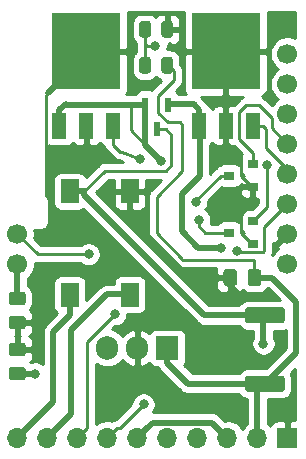
<source format=gbr>
G04 #@! TF.GenerationSoftware,KiCad,Pcbnew,5.1.5+dfsg1-2build2*
G04 #@! TF.CreationDate,2020-10-04T20:54:39+02:00*
G04 #@! TF.ProjectId,transistor_board,7472616e-7369-4737-946f-725f626f6172,rev?*
G04 #@! TF.SameCoordinates,Original*
G04 #@! TF.FileFunction,Copper,L2,Bot*
G04 #@! TF.FilePolarity,Positive*
%FSLAX46Y46*%
G04 Gerber Fmt 4.6, Leading zero omitted, Abs format (unit mm)*
G04 Created by KiCad (PCBNEW 5.1.5+dfsg1-2build2) date 2020-10-04 20:54:39*
%MOMM*%
%LPD*%
G04 APERTURE LIST*
%ADD10C,1.700000*%
%ADD11C,0.100000*%
%ADD12R,0.900000X0.800000*%
%ADD13R,0.600000X1.300000*%
%ADD14R,1.500000X2.000000*%
%ADD15R,5.800000X6.400000*%
%ADD16R,1.200000X2.200000*%
%ADD17O,1.905000X2.000000*%
%ADD18R,1.905000X2.000000*%
%ADD19O,1.700000X1.700000*%
%ADD20R,1.700000X1.700000*%
%ADD21C,0.800000*%
%ADD22C,0.500000*%
%ADD23C,0.250000*%
%ADD24C,0.254000*%
G04 APERTURE END LIST*
D10*
X114300000Y-119253000D03*
X114300000Y-116713000D03*
X137160000Y-101473000D03*
X137160000Y-104013000D03*
X137160000Y-106553000D03*
X137160000Y-109093000D03*
X137160000Y-111633000D03*
X137160000Y-114173000D03*
X137160000Y-116713000D03*
X137160000Y-119253000D03*
G04 #@! TA.AperFunction,SMDPad,CuDef*
D11*
G36*
X136704505Y-122918204D02*
G01*
X136728773Y-122921804D01*
X136752572Y-122927765D01*
X136775671Y-122936030D01*
X136797850Y-122946520D01*
X136818893Y-122959132D01*
X136838599Y-122973747D01*
X136856777Y-122990223D01*
X136873253Y-123008401D01*
X136887868Y-123028107D01*
X136900480Y-123049150D01*
X136910970Y-123071329D01*
X136919235Y-123094428D01*
X136925196Y-123118227D01*
X136928796Y-123142495D01*
X136930000Y-123166999D01*
X136930000Y-124017001D01*
X136928796Y-124041505D01*
X136925196Y-124065773D01*
X136919235Y-124089572D01*
X136910970Y-124112671D01*
X136900480Y-124134850D01*
X136887868Y-124155893D01*
X136873253Y-124175599D01*
X136856777Y-124193777D01*
X136838599Y-124210253D01*
X136818893Y-124224868D01*
X136797850Y-124237480D01*
X136775671Y-124247970D01*
X136752572Y-124256235D01*
X136728773Y-124262196D01*
X136704505Y-124265796D01*
X136680001Y-124267000D01*
X133829999Y-124267000D01*
X133805495Y-124265796D01*
X133781227Y-124262196D01*
X133757428Y-124256235D01*
X133734329Y-124247970D01*
X133712150Y-124237480D01*
X133691107Y-124224868D01*
X133671401Y-124210253D01*
X133653223Y-124193777D01*
X133636747Y-124175599D01*
X133622132Y-124155893D01*
X133609520Y-124134850D01*
X133599030Y-124112671D01*
X133590765Y-124089572D01*
X133584804Y-124065773D01*
X133581204Y-124041505D01*
X133580000Y-124017001D01*
X133580000Y-123166999D01*
X133581204Y-123142495D01*
X133584804Y-123118227D01*
X133590765Y-123094428D01*
X133599030Y-123071329D01*
X133609520Y-123049150D01*
X133622132Y-123028107D01*
X133636747Y-123008401D01*
X133653223Y-122990223D01*
X133671401Y-122973747D01*
X133691107Y-122959132D01*
X133712150Y-122946520D01*
X133734329Y-122936030D01*
X133757428Y-122927765D01*
X133781227Y-122921804D01*
X133805495Y-122918204D01*
X133829999Y-122917000D01*
X136680001Y-122917000D01*
X136704505Y-122918204D01*
G37*
G04 #@! TD.AperFunction*
G04 #@! TA.AperFunction,SMDPad,CuDef*
G36*
X136704505Y-128718204D02*
G01*
X136728773Y-128721804D01*
X136752572Y-128727765D01*
X136775671Y-128736030D01*
X136797850Y-128746520D01*
X136818893Y-128759132D01*
X136838599Y-128773747D01*
X136856777Y-128790223D01*
X136873253Y-128808401D01*
X136887868Y-128828107D01*
X136900480Y-128849150D01*
X136910970Y-128871329D01*
X136919235Y-128894428D01*
X136925196Y-128918227D01*
X136928796Y-128942495D01*
X136930000Y-128966999D01*
X136930000Y-129817001D01*
X136928796Y-129841505D01*
X136925196Y-129865773D01*
X136919235Y-129889572D01*
X136910970Y-129912671D01*
X136900480Y-129934850D01*
X136887868Y-129955893D01*
X136873253Y-129975599D01*
X136856777Y-129993777D01*
X136838599Y-130010253D01*
X136818893Y-130024868D01*
X136797850Y-130037480D01*
X136775671Y-130047970D01*
X136752572Y-130056235D01*
X136728773Y-130062196D01*
X136704505Y-130065796D01*
X136680001Y-130067000D01*
X133829999Y-130067000D01*
X133805495Y-130065796D01*
X133781227Y-130062196D01*
X133757428Y-130056235D01*
X133734329Y-130047970D01*
X133712150Y-130037480D01*
X133691107Y-130024868D01*
X133671401Y-130010253D01*
X133653223Y-129993777D01*
X133636747Y-129975599D01*
X133622132Y-129955893D01*
X133609520Y-129934850D01*
X133599030Y-129912671D01*
X133590765Y-129889572D01*
X133584804Y-129865773D01*
X133581204Y-129841505D01*
X133580000Y-129817001D01*
X133580000Y-128966999D01*
X133581204Y-128942495D01*
X133584804Y-128918227D01*
X133590765Y-128894428D01*
X133599030Y-128871329D01*
X133609520Y-128849150D01*
X133622132Y-128828107D01*
X133636747Y-128808401D01*
X133653223Y-128790223D01*
X133671401Y-128773747D01*
X133691107Y-128759132D01*
X133712150Y-128746520D01*
X133734329Y-128736030D01*
X133757428Y-128727765D01*
X133781227Y-128721804D01*
X133805495Y-128718204D01*
X133829999Y-128717000D01*
X136680001Y-128717000D01*
X136704505Y-128718204D01*
G37*
G04 #@! TD.AperFunction*
D12*
X132223000Y-111760000D03*
X134223000Y-112710000D03*
X134223000Y-110810000D03*
X132223000Y-116586000D03*
X134223000Y-117536000D03*
X134223000Y-115636000D03*
D13*
X125150000Y-105750000D03*
X127050000Y-105750000D03*
X126100000Y-107850000D03*
D14*
X118735000Y-121845000D03*
X123835000Y-121845000D03*
X123835000Y-113105000D03*
X118735000Y-113105000D03*
G04 #@! TA.AperFunction,SMDPad,CuDef*
D11*
G36*
X134724505Y-119697204D02*
G01*
X134748773Y-119700804D01*
X134772572Y-119706765D01*
X134795671Y-119715030D01*
X134817850Y-119725520D01*
X134838893Y-119738132D01*
X134858599Y-119752747D01*
X134876777Y-119769223D01*
X134893253Y-119787401D01*
X134907868Y-119807107D01*
X134920480Y-119828150D01*
X134930970Y-119850329D01*
X134939235Y-119873428D01*
X134945196Y-119897227D01*
X134948796Y-119921495D01*
X134950000Y-119945999D01*
X134950000Y-120846001D01*
X134948796Y-120870505D01*
X134945196Y-120894773D01*
X134939235Y-120918572D01*
X134930970Y-120941671D01*
X134920480Y-120963850D01*
X134907868Y-120984893D01*
X134893253Y-121004599D01*
X134876777Y-121022777D01*
X134858599Y-121039253D01*
X134838893Y-121053868D01*
X134817850Y-121066480D01*
X134795671Y-121076970D01*
X134772572Y-121085235D01*
X134748773Y-121091196D01*
X134724505Y-121094796D01*
X134700001Y-121096000D01*
X134049999Y-121096000D01*
X134025495Y-121094796D01*
X134001227Y-121091196D01*
X133977428Y-121085235D01*
X133954329Y-121076970D01*
X133932150Y-121066480D01*
X133911107Y-121053868D01*
X133891401Y-121039253D01*
X133873223Y-121022777D01*
X133856747Y-121004599D01*
X133842132Y-120984893D01*
X133829520Y-120963850D01*
X133819030Y-120941671D01*
X133810765Y-120918572D01*
X133804804Y-120894773D01*
X133801204Y-120870505D01*
X133800000Y-120846001D01*
X133800000Y-119945999D01*
X133801204Y-119921495D01*
X133804804Y-119897227D01*
X133810765Y-119873428D01*
X133819030Y-119850329D01*
X133829520Y-119828150D01*
X133842132Y-119807107D01*
X133856747Y-119787401D01*
X133873223Y-119769223D01*
X133891401Y-119752747D01*
X133911107Y-119738132D01*
X133932150Y-119725520D01*
X133954329Y-119715030D01*
X133977428Y-119706765D01*
X134001227Y-119700804D01*
X134025495Y-119697204D01*
X134049999Y-119696000D01*
X134700001Y-119696000D01*
X134724505Y-119697204D01*
G37*
G04 #@! TD.AperFunction*
G04 #@! TA.AperFunction,SMDPad,CuDef*
G36*
X132674505Y-119697204D02*
G01*
X132698773Y-119700804D01*
X132722572Y-119706765D01*
X132745671Y-119715030D01*
X132767850Y-119725520D01*
X132788893Y-119738132D01*
X132808599Y-119752747D01*
X132826777Y-119769223D01*
X132843253Y-119787401D01*
X132857868Y-119807107D01*
X132870480Y-119828150D01*
X132880970Y-119850329D01*
X132889235Y-119873428D01*
X132895196Y-119897227D01*
X132898796Y-119921495D01*
X132900000Y-119945999D01*
X132900000Y-120846001D01*
X132898796Y-120870505D01*
X132895196Y-120894773D01*
X132889235Y-120918572D01*
X132880970Y-120941671D01*
X132870480Y-120963850D01*
X132857868Y-120984893D01*
X132843253Y-121004599D01*
X132826777Y-121022777D01*
X132808599Y-121039253D01*
X132788893Y-121053868D01*
X132767850Y-121066480D01*
X132745671Y-121076970D01*
X132722572Y-121085235D01*
X132698773Y-121091196D01*
X132674505Y-121094796D01*
X132650001Y-121096000D01*
X131999999Y-121096000D01*
X131975495Y-121094796D01*
X131951227Y-121091196D01*
X131927428Y-121085235D01*
X131904329Y-121076970D01*
X131882150Y-121066480D01*
X131861107Y-121053868D01*
X131841401Y-121039253D01*
X131823223Y-121022777D01*
X131806747Y-121004599D01*
X131792132Y-120984893D01*
X131779520Y-120963850D01*
X131769030Y-120941671D01*
X131760765Y-120918572D01*
X131754804Y-120894773D01*
X131751204Y-120870505D01*
X131750000Y-120846001D01*
X131750000Y-119945999D01*
X131751204Y-119921495D01*
X131754804Y-119897227D01*
X131760765Y-119873428D01*
X131769030Y-119850329D01*
X131779520Y-119828150D01*
X131792132Y-119807107D01*
X131806747Y-119787401D01*
X131823223Y-119769223D01*
X131841401Y-119752747D01*
X131861107Y-119738132D01*
X131882150Y-119725520D01*
X131904329Y-119715030D01*
X131927428Y-119706765D01*
X131951227Y-119700804D01*
X131975495Y-119697204D01*
X131999999Y-119696000D01*
X132650001Y-119696000D01*
X132674505Y-119697204D01*
G37*
G04 #@! TD.AperFunction*
G04 #@! TA.AperFunction,SMDPad,CuDef*
G36*
X114774505Y-123641204D02*
G01*
X114798773Y-123644804D01*
X114822572Y-123650765D01*
X114845671Y-123659030D01*
X114867850Y-123669520D01*
X114888893Y-123682132D01*
X114908599Y-123696747D01*
X114926777Y-123713223D01*
X114943253Y-123731401D01*
X114957868Y-123751107D01*
X114970480Y-123772150D01*
X114980970Y-123794329D01*
X114989235Y-123817428D01*
X114995196Y-123841227D01*
X114998796Y-123865495D01*
X115000000Y-123889999D01*
X115000000Y-124540001D01*
X114998796Y-124564505D01*
X114995196Y-124588773D01*
X114989235Y-124612572D01*
X114980970Y-124635671D01*
X114970480Y-124657850D01*
X114957868Y-124678893D01*
X114943253Y-124698599D01*
X114926777Y-124716777D01*
X114908599Y-124733253D01*
X114888893Y-124747868D01*
X114867850Y-124760480D01*
X114845671Y-124770970D01*
X114822572Y-124779235D01*
X114798773Y-124785196D01*
X114774505Y-124788796D01*
X114750001Y-124790000D01*
X113849999Y-124790000D01*
X113825495Y-124788796D01*
X113801227Y-124785196D01*
X113777428Y-124779235D01*
X113754329Y-124770970D01*
X113732150Y-124760480D01*
X113711107Y-124747868D01*
X113691401Y-124733253D01*
X113673223Y-124716777D01*
X113656747Y-124698599D01*
X113642132Y-124678893D01*
X113629520Y-124657850D01*
X113619030Y-124635671D01*
X113610765Y-124612572D01*
X113604804Y-124588773D01*
X113601204Y-124564505D01*
X113600000Y-124540001D01*
X113600000Y-123889999D01*
X113601204Y-123865495D01*
X113604804Y-123841227D01*
X113610765Y-123817428D01*
X113619030Y-123794329D01*
X113629520Y-123772150D01*
X113642132Y-123751107D01*
X113656747Y-123731401D01*
X113673223Y-123713223D01*
X113691401Y-123696747D01*
X113711107Y-123682132D01*
X113732150Y-123669520D01*
X113754329Y-123659030D01*
X113777428Y-123650765D01*
X113801227Y-123644804D01*
X113825495Y-123641204D01*
X113849999Y-123640000D01*
X114750001Y-123640000D01*
X114774505Y-123641204D01*
G37*
G04 #@! TD.AperFunction*
G04 #@! TA.AperFunction,SMDPad,CuDef*
G36*
X114774505Y-121591204D02*
G01*
X114798773Y-121594804D01*
X114822572Y-121600765D01*
X114845671Y-121609030D01*
X114867850Y-121619520D01*
X114888893Y-121632132D01*
X114908599Y-121646747D01*
X114926777Y-121663223D01*
X114943253Y-121681401D01*
X114957868Y-121701107D01*
X114970480Y-121722150D01*
X114980970Y-121744329D01*
X114989235Y-121767428D01*
X114995196Y-121791227D01*
X114998796Y-121815495D01*
X115000000Y-121839999D01*
X115000000Y-122490001D01*
X114998796Y-122514505D01*
X114995196Y-122538773D01*
X114989235Y-122562572D01*
X114980970Y-122585671D01*
X114970480Y-122607850D01*
X114957868Y-122628893D01*
X114943253Y-122648599D01*
X114926777Y-122666777D01*
X114908599Y-122683253D01*
X114888893Y-122697868D01*
X114867850Y-122710480D01*
X114845671Y-122720970D01*
X114822572Y-122729235D01*
X114798773Y-122735196D01*
X114774505Y-122738796D01*
X114750001Y-122740000D01*
X113849999Y-122740000D01*
X113825495Y-122738796D01*
X113801227Y-122735196D01*
X113777428Y-122729235D01*
X113754329Y-122720970D01*
X113732150Y-122710480D01*
X113711107Y-122697868D01*
X113691401Y-122683253D01*
X113673223Y-122666777D01*
X113656747Y-122648599D01*
X113642132Y-122628893D01*
X113629520Y-122607850D01*
X113619030Y-122585671D01*
X113610765Y-122562572D01*
X113604804Y-122538773D01*
X113601204Y-122514505D01*
X113600000Y-122490001D01*
X113600000Y-121839999D01*
X113601204Y-121815495D01*
X113604804Y-121791227D01*
X113610765Y-121767428D01*
X113619030Y-121744329D01*
X113629520Y-121722150D01*
X113642132Y-121701107D01*
X113656747Y-121681401D01*
X113673223Y-121663223D01*
X113691401Y-121646747D01*
X113711107Y-121632132D01*
X113732150Y-121619520D01*
X113754329Y-121609030D01*
X113777428Y-121600765D01*
X113801227Y-121594804D01*
X113825495Y-121591204D01*
X113849999Y-121590000D01*
X114750001Y-121590000D01*
X114774505Y-121591204D01*
G37*
G04 #@! TD.AperFunction*
G04 #@! TA.AperFunction,SMDPad,CuDef*
G36*
X114774505Y-125909204D02*
G01*
X114798773Y-125912804D01*
X114822572Y-125918765D01*
X114845671Y-125927030D01*
X114867850Y-125937520D01*
X114888893Y-125950132D01*
X114908599Y-125964747D01*
X114926777Y-125981223D01*
X114943253Y-125999401D01*
X114957868Y-126019107D01*
X114970480Y-126040150D01*
X114980970Y-126062329D01*
X114989235Y-126085428D01*
X114995196Y-126109227D01*
X114998796Y-126133495D01*
X115000000Y-126157999D01*
X115000000Y-126808001D01*
X114998796Y-126832505D01*
X114995196Y-126856773D01*
X114989235Y-126880572D01*
X114980970Y-126903671D01*
X114970480Y-126925850D01*
X114957868Y-126946893D01*
X114943253Y-126966599D01*
X114926777Y-126984777D01*
X114908599Y-127001253D01*
X114888893Y-127015868D01*
X114867850Y-127028480D01*
X114845671Y-127038970D01*
X114822572Y-127047235D01*
X114798773Y-127053196D01*
X114774505Y-127056796D01*
X114750001Y-127058000D01*
X113849999Y-127058000D01*
X113825495Y-127056796D01*
X113801227Y-127053196D01*
X113777428Y-127047235D01*
X113754329Y-127038970D01*
X113732150Y-127028480D01*
X113711107Y-127015868D01*
X113691401Y-127001253D01*
X113673223Y-126984777D01*
X113656747Y-126966599D01*
X113642132Y-126946893D01*
X113629520Y-126925850D01*
X113619030Y-126903671D01*
X113610765Y-126880572D01*
X113604804Y-126856773D01*
X113601204Y-126832505D01*
X113600000Y-126808001D01*
X113600000Y-126157999D01*
X113601204Y-126133495D01*
X113604804Y-126109227D01*
X113610765Y-126085428D01*
X113619030Y-126062329D01*
X113629520Y-126040150D01*
X113642132Y-126019107D01*
X113656747Y-125999401D01*
X113673223Y-125981223D01*
X113691401Y-125964747D01*
X113711107Y-125950132D01*
X113732150Y-125937520D01*
X113754329Y-125927030D01*
X113777428Y-125918765D01*
X113801227Y-125912804D01*
X113825495Y-125909204D01*
X113849999Y-125908000D01*
X114750001Y-125908000D01*
X114774505Y-125909204D01*
G37*
G04 #@! TD.AperFunction*
G04 #@! TA.AperFunction,SMDPad,CuDef*
G36*
X114774505Y-127959204D02*
G01*
X114798773Y-127962804D01*
X114822572Y-127968765D01*
X114845671Y-127977030D01*
X114867850Y-127987520D01*
X114888893Y-128000132D01*
X114908599Y-128014747D01*
X114926777Y-128031223D01*
X114943253Y-128049401D01*
X114957868Y-128069107D01*
X114970480Y-128090150D01*
X114980970Y-128112329D01*
X114989235Y-128135428D01*
X114995196Y-128159227D01*
X114998796Y-128183495D01*
X115000000Y-128207999D01*
X115000000Y-128858001D01*
X114998796Y-128882505D01*
X114995196Y-128906773D01*
X114989235Y-128930572D01*
X114980970Y-128953671D01*
X114970480Y-128975850D01*
X114957868Y-128996893D01*
X114943253Y-129016599D01*
X114926777Y-129034777D01*
X114908599Y-129051253D01*
X114888893Y-129065868D01*
X114867850Y-129078480D01*
X114845671Y-129088970D01*
X114822572Y-129097235D01*
X114798773Y-129103196D01*
X114774505Y-129106796D01*
X114750001Y-129108000D01*
X113849999Y-129108000D01*
X113825495Y-129106796D01*
X113801227Y-129103196D01*
X113777428Y-129097235D01*
X113754329Y-129088970D01*
X113732150Y-129078480D01*
X113711107Y-129065868D01*
X113691401Y-129051253D01*
X113673223Y-129034777D01*
X113656747Y-129016599D01*
X113642132Y-128996893D01*
X113629520Y-128975850D01*
X113619030Y-128953671D01*
X113610765Y-128930572D01*
X113604804Y-128906773D01*
X113601204Y-128882505D01*
X113600000Y-128858001D01*
X113600000Y-128207999D01*
X113601204Y-128183495D01*
X113604804Y-128159227D01*
X113610765Y-128135428D01*
X113619030Y-128112329D01*
X113629520Y-128090150D01*
X113642132Y-128069107D01*
X113656747Y-128049401D01*
X113673223Y-128031223D01*
X113691401Y-128014747D01*
X113711107Y-128000132D01*
X113732150Y-127987520D01*
X113754329Y-127977030D01*
X113777428Y-127968765D01*
X113801227Y-127962804D01*
X113825495Y-127959204D01*
X113849999Y-127958000D01*
X114750001Y-127958000D01*
X114774505Y-127959204D01*
G37*
G04 #@! TD.AperFunction*
G04 #@! TA.AperFunction,SMDPad,CuDef*
G36*
X127252642Y-98678674D02*
G01*
X127276303Y-98682184D01*
X127299507Y-98687996D01*
X127322029Y-98696054D01*
X127343653Y-98706282D01*
X127364170Y-98718579D01*
X127383383Y-98732829D01*
X127401107Y-98748893D01*
X127417171Y-98766617D01*
X127431421Y-98785830D01*
X127443718Y-98806347D01*
X127453946Y-98827971D01*
X127462004Y-98850493D01*
X127467816Y-98873697D01*
X127471326Y-98897358D01*
X127472500Y-98921250D01*
X127472500Y-99833750D01*
X127471326Y-99857642D01*
X127467816Y-99881303D01*
X127462004Y-99904507D01*
X127453946Y-99927029D01*
X127443718Y-99948653D01*
X127431421Y-99969170D01*
X127417171Y-99988383D01*
X127401107Y-100006107D01*
X127383383Y-100022171D01*
X127364170Y-100036421D01*
X127343653Y-100048718D01*
X127322029Y-100058946D01*
X127299507Y-100067004D01*
X127276303Y-100072816D01*
X127252642Y-100076326D01*
X127228750Y-100077500D01*
X126741250Y-100077500D01*
X126717358Y-100076326D01*
X126693697Y-100072816D01*
X126670493Y-100067004D01*
X126647971Y-100058946D01*
X126626347Y-100048718D01*
X126605830Y-100036421D01*
X126586617Y-100022171D01*
X126568893Y-100006107D01*
X126552829Y-99988383D01*
X126538579Y-99969170D01*
X126526282Y-99948653D01*
X126516054Y-99927029D01*
X126507996Y-99904507D01*
X126502184Y-99881303D01*
X126498674Y-99857642D01*
X126497500Y-99833750D01*
X126497500Y-98921250D01*
X126498674Y-98897358D01*
X126502184Y-98873697D01*
X126507996Y-98850493D01*
X126516054Y-98827971D01*
X126526282Y-98806347D01*
X126538579Y-98785830D01*
X126552829Y-98766617D01*
X126568893Y-98748893D01*
X126586617Y-98732829D01*
X126605830Y-98718579D01*
X126626347Y-98706282D01*
X126647971Y-98696054D01*
X126670493Y-98687996D01*
X126693697Y-98682184D01*
X126717358Y-98678674D01*
X126741250Y-98677500D01*
X127228750Y-98677500D01*
X127252642Y-98678674D01*
G37*
G04 #@! TD.AperFunction*
G04 #@! TA.AperFunction,SMDPad,CuDef*
G36*
X125377642Y-98678674D02*
G01*
X125401303Y-98682184D01*
X125424507Y-98687996D01*
X125447029Y-98696054D01*
X125468653Y-98706282D01*
X125489170Y-98718579D01*
X125508383Y-98732829D01*
X125526107Y-98748893D01*
X125542171Y-98766617D01*
X125556421Y-98785830D01*
X125568718Y-98806347D01*
X125578946Y-98827971D01*
X125587004Y-98850493D01*
X125592816Y-98873697D01*
X125596326Y-98897358D01*
X125597500Y-98921250D01*
X125597500Y-99833750D01*
X125596326Y-99857642D01*
X125592816Y-99881303D01*
X125587004Y-99904507D01*
X125578946Y-99927029D01*
X125568718Y-99948653D01*
X125556421Y-99969170D01*
X125542171Y-99988383D01*
X125526107Y-100006107D01*
X125508383Y-100022171D01*
X125489170Y-100036421D01*
X125468653Y-100048718D01*
X125447029Y-100058946D01*
X125424507Y-100067004D01*
X125401303Y-100072816D01*
X125377642Y-100076326D01*
X125353750Y-100077500D01*
X124866250Y-100077500D01*
X124842358Y-100076326D01*
X124818697Y-100072816D01*
X124795493Y-100067004D01*
X124772971Y-100058946D01*
X124751347Y-100048718D01*
X124730830Y-100036421D01*
X124711617Y-100022171D01*
X124693893Y-100006107D01*
X124677829Y-99988383D01*
X124663579Y-99969170D01*
X124651282Y-99948653D01*
X124641054Y-99927029D01*
X124632996Y-99904507D01*
X124627184Y-99881303D01*
X124623674Y-99857642D01*
X124622500Y-99833750D01*
X124622500Y-98921250D01*
X124623674Y-98897358D01*
X124627184Y-98873697D01*
X124632996Y-98850493D01*
X124641054Y-98827971D01*
X124651282Y-98806347D01*
X124663579Y-98785830D01*
X124677829Y-98766617D01*
X124693893Y-98748893D01*
X124711617Y-98732829D01*
X124730830Y-98718579D01*
X124751347Y-98706282D01*
X124772971Y-98696054D01*
X124795493Y-98687996D01*
X124818697Y-98682184D01*
X124842358Y-98678674D01*
X124866250Y-98677500D01*
X125353750Y-98677500D01*
X125377642Y-98678674D01*
G37*
G04 #@! TD.AperFunction*
G04 #@! TA.AperFunction,SMDPad,CuDef*
G36*
X125377642Y-101726674D02*
G01*
X125401303Y-101730184D01*
X125424507Y-101735996D01*
X125447029Y-101744054D01*
X125468653Y-101754282D01*
X125489170Y-101766579D01*
X125508383Y-101780829D01*
X125526107Y-101796893D01*
X125542171Y-101814617D01*
X125556421Y-101833830D01*
X125568718Y-101854347D01*
X125578946Y-101875971D01*
X125587004Y-101898493D01*
X125592816Y-101921697D01*
X125596326Y-101945358D01*
X125597500Y-101969250D01*
X125597500Y-102881750D01*
X125596326Y-102905642D01*
X125592816Y-102929303D01*
X125587004Y-102952507D01*
X125578946Y-102975029D01*
X125568718Y-102996653D01*
X125556421Y-103017170D01*
X125542171Y-103036383D01*
X125526107Y-103054107D01*
X125508383Y-103070171D01*
X125489170Y-103084421D01*
X125468653Y-103096718D01*
X125447029Y-103106946D01*
X125424507Y-103115004D01*
X125401303Y-103120816D01*
X125377642Y-103124326D01*
X125353750Y-103125500D01*
X124866250Y-103125500D01*
X124842358Y-103124326D01*
X124818697Y-103120816D01*
X124795493Y-103115004D01*
X124772971Y-103106946D01*
X124751347Y-103096718D01*
X124730830Y-103084421D01*
X124711617Y-103070171D01*
X124693893Y-103054107D01*
X124677829Y-103036383D01*
X124663579Y-103017170D01*
X124651282Y-102996653D01*
X124641054Y-102975029D01*
X124632996Y-102952507D01*
X124627184Y-102929303D01*
X124623674Y-102905642D01*
X124622500Y-102881750D01*
X124622500Y-101969250D01*
X124623674Y-101945358D01*
X124627184Y-101921697D01*
X124632996Y-101898493D01*
X124641054Y-101875971D01*
X124651282Y-101854347D01*
X124663579Y-101833830D01*
X124677829Y-101814617D01*
X124693893Y-101796893D01*
X124711617Y-101780829D01*
X124730830Y-101766579D01*
X124751347Y-101754282D01*
X124772971Y-101744054D01*
X124795493Y-101735996D01*
X124818697Y-101730184D01*
X124842358Y-101726674D01*
X124866250Y-101725500D01*
X125353750Y-101725500D01*
X125377642Y-101726674D01*
G37*
G04 #@! TD.AperFunction*
G04 #@! TA.AperFunction,SMDPad,CuDef*
G36*
X127252642Y-101726674D02*
G01*
X127276303Y-101730184D01*
X127299507Y-101735996D01*
X127322029Y-101744054D01*
X127343653Y-101754282D01*
X127364170Y-101766579D01*
X127383383Y-101780829D01*
X127401107Y-101796893D01*
X127417171Y-101814617D01*
X127431421Y-101833830D01*
X127443718Y-101854347D01*
X127453946Y-101875971D01*
X127462004Y-101898493D01*
X127467816Y-101921697D01*
X127471326Y-101945358D01*
X127472500Y-101969250D01*
X127472500Y-102881750D01*
X127471326Y-102905642D01*
X127467816Y-102929303D01*
X127462004Y-102952507D01*
X127453946Y-102975029D01*
X127443718Y-102996653D01*
X127431421Y-103017170D01*
X127417171Y-103036383D01*
X127401107Y-103054107D01*
X127383383Y-103070171D01*
X127364170Y-103084421D01*
X127343653Y-103096718D01*
X127322029Y-103106946D01*
X127299507Y-103115004D01*
X127276303Y-103120816D01*
X127252642Y-103124326D01*
X127228750Y-103125500D01*
X126741250Y-103125500D01*
X126717358Y-103124326D01*
X126693697Y-103120816D01*
X126670493Y-103115004D01*
X126647971Y-103106946D01*
X126626347Y-103096718D01*
X126605830Y-103084421D01*
X126586617Y-103070171D01*
X126568893Y-103054107D01*
X126552829Y-103036383D01*
X126538579Y-103017170D01*
X126526282Y-102996653D01*
X126516054Y-102975029D01*
X126507996Y-102952507D01*
X126502184Y-102929303D01*
X126498674Y-102905642D01*
X126497500Y-102881750D01*
X126497500Y-101969250D01*
X126498674Y-101945358D01*
X126502184Y-101921697D01*
X126507996Y-101898493D01*
X126516054Y-101875971D01*
X126526282Y-101854347D01*
X126538579Y-101833830D01*
X126552829Y-101814617D01*
X126568893Y-101796893D01*
X126586617Y-101780829D01*
X126605830Y-101766579D01*
X126626347Y-101754282D01*
X126647971Y-101744054D01*
X126670493Y-101735996D01*
X126693697Y-101730184D01*
X126717358Y-101726674D01*
X126741250Y-101725500D01*
X127228750Y-101725500D01*
X127252642Y-101726674D01*
G37*
G04 #@! TD.AperFunction*
D15*
X131954000Y-101243000D03*
D16*
X129674000Y-107543000D03*
X131954000Y-107543000D03*
X134234000Y-107543000D03*
D15*
X120142000Y-101243000D03*
D16*
X117862000Y-107543000D03*
X120142000Y-107543000D03*
X122422000Y-107543000D03*
D17*
X121920000Y-126365000D03*
X124460000Y-126365000D03*
D18*
X127000000Y-126365000D03*
D19*
X114300000Y-133985000D03*
X116840000Y-133985000D03*
X119380000Y-133985000D03*
X121920000Y-133985000D03*
X124460000Y-133985000D03*
X127000000Y-133985000D03*
X129540000Y-133985000D03*
X132080000Y-133985000D03*
X134620000Y-133985000D03*
D20*
X137160000Y-133985000D03*
D21*
X122110500Y-103632000D03*
X118110000Y-103568500D03*
X122110500Y-98996500D03*
X118110000Y-98996500D03*
X133858000Y-103632000D03*
X130111500Y-103632000D03*
X133794500Y-99060000D03*
X130111500Y-99060000D03*
X134175500Y-114109500D03*
X121475500Y-113157000D03*
X120269000Y-115824000D03*
X130937000Y-109855000D03*
X135763002Y-121856500D03*
X116586000Y-121602500D03*
X116014500Y-125349000D03*
X133159500Y-131000500D03*
X128206500Y-130619500D03*
X121412000Y-128714500D03*
X135128000Y-125984000D03*
X115824000Y-128524000D03*
X126492000Y-110490000D03*
X131572000Y-117856000D03*
X132905500Y-118110000D03*
X124650500Y-110363004D03*
X135476999Y-110903001D03*
X120332500Y-118427500D03*
X125984000Y-100774500D03*
X129413000Y-113982500D03*
X122555000Y-123507500D03*
X124984001Y-131143501D03*
X129667000Y-115506500D03*
D22*
X123835000Y-114605000D02*
X123835000Y-113105000D01*
X123835000Y-115426963D02*
X123835000Y-114605000D01*
X128804037Y-120396000D02*
X123835000Y-115426963D01*
X132325000Y-120396000D02*
X128804037Y-120396000D01*
X131954000Y-101243000D02*
X131954000Y-101543000D01*
X121475500Y-113157000D02*
X122872500Y-113157000D01*
D23*
X134175500Y-112757500D02*
X134223000Y-112710000D01*
X134175500Y-114109500D02*
X134175500Y-112757500D01*
X133223000Y-110162000D02*
X131954000Y-108893000D01*
X131954000Y-108893000D02*
X131954000Y-107543000D01*
X133223000Y-111760000D02*
X133223000Y-110162000D01*
X134173000Y-112710000D02*
X133223000Y-111760000D01*
X134223000Y-112710000D02*
X134173000Y-112710000D01*
X134173000Y-117536000D02*
X133223000Y-116586000D01*
X134223000Y-117536000D02*
X134173000Y-117536000D01*
X133223000Y-115062000D02*
X134175500Y-114109500D01*
X133223000Y-116586000D02*
X133223000Y-115062000D01*
X120142000Y-101543000D02*
X120142000Y-101243000D01*
D22*
X116936999Y-104741501D02*
X117710001Y-103968499D01*
D23*
X117710001Y-103968499D02*
X118110000Y-103568500D01*
X116713000Y-104965500D02*
X116936999Y-104741501D01*
X116713000Y-113418002D02*
X116713000Y-104965500D01*
X116936999Y-113642001D02*
X116713000Y-113418002D01*
D22*
X132325000Y-120396000D02*
X132325000Y-121096000D01*
X133085500Y-121856500D02*
X135197317Y-121856500D01*
X132325000Y-121096000D02*
X133085500Y-121856500D01*
X135197317Y-121856500D02*
X135763002Y-121856500D01*
D23*
X128206500Y-98044000D02*
X123825000Y-98044000D01*
X118797000Y-113105000D02*
X118735000Y-113105000D01*
X135128000Y-123719000D02*
X135255000Y-123592000D01*
D22*
X135128000Y-125984000D02*
X135128000Y-124206000D01*
D23*
X135128000Y-124206000D02*
X135128000Y-123719000D01*
X126900000Y-107850000D02*
X126100000Y-107850000D01*
X126900001Y-111340001D02*
X127342001Y-110898001D01*
X121749999Y-111340001D02*
X126900001Y-111340001D01*
X127342001Y-108292001D02*
X126900000Y-107850000D01*
X127342001Y-110898001D02*
X127342001Y-108292001D01*
X119985000Y-113105000D02*
X121749999Y-111340001D01*
D22*
X118735000Y-113105000D02*
X119985000Y-113105000D01*
X125309999Y-133135001D02*
X124460000Y-133985000D01*
X125760001Y-132684999D02*
X125309999Y-133135001D01*
X130779999Y-132684999D02*
X125760001Y-132684999D01*
X132080000Y-133985000D02*
X130779999Y-132684999D01*
X115815000Y-128533000D02*
X115824000Y-128524000D01*
X114300000Y-128533000D02*
X115815000Y-128533000D01*
X119985000Y-113444500D02*
X119985000Y-113105000D01*
X130132500Y-123592000D02*
X119985000Y-113444500D01*
X135255000Y-123592000D02*
X130132500Y-123592000D01*
D23*
X121158000Y-126365000D02*
X121920000Y-126365000D01*
D22*
X114300000Y-122165000D02*
X114300000Y-119253000D01*
D23*
X134620000Y-130027000D02*
X135255000Y-129392000D01*
D22*
X134620000Y-133985000D02*
X134620000Y-130027000D01*
D23*
X137922000Y-122428000D02*
X137922000Y-126725000D01*
D22*
X127000000Y-127615000D02*
X128777000Y-129392000D01*
X128777000Y-129392000D02*
X135255000Y-129392000D01*
X135951000Y-128717000D02*
X137922000Y-126746000D01*
X135930000Y-128717000D02*
X135951000Y-128717000D01*
X135255000Y-129392000D02*
X135930000Y-128717000D01*
D23*
X137922000Y-126725000D02*
X137922000Y-126746000D01*
D22*
X137922000Y-126725000D02*
X137922000Y-124460000D01*
X137922000Y-124460000D02*
X137922000Y-122428000D01*
X137922000Y-122428000D02*
X135890000Y-120396000D01*
X135890000Y-120396000D02*
X134375000Y-120396000D01*
X127000000Y-127615000D02*
X127000000Y-126365000D01*
D23*
X134375000Y-119696000D02*
X134375000Y-120396000D01*
X134366000Y-119687000D02*
X134375000Y-119696000D01*
X127063500Y-102425500D02*
X127569498Y-102931498D01*
X127569498Y-102931498D02*
X127569498Y-103695500D01*
X134366000Y-118872000D02*
X134366000Y-119687000D01*
X127569498Y-103695500D02*
X126238000Y-105026998D01*
X126238000Y-105026998D02*
X126238000Y-106473002D01*
X128079500Y-107251500D02*
X128270000Y-107442000D01*
X126238000Y-106473002D02*
X127016498Y-107251500D01*
X127016498Y-107251500D02*
X128079500Y-107251500D01*
X128270000Y-118872000D02*
X134366000Y-118872000D01*
X128270000Y-107442000D02*
X128270000Y-111379000D01*
X126111000Y-116649500D02*
X128270000Y-118808500D01*
X128270000Y-111379000D02*
X126111000Y-113538000D01*
X126111000Y-113538000D02*
X126111000Y-116649500D01*
X128270000Y-118808500D02*
X128270000Y-118872000D01*
D22*
X118735000Y-121845000D02*
X118735000Y-123581000D01*
X117348000Y-130937000D02*
X114300000Y-133985000D01*
X117348000Y-124968000D02*
X117348000Y-130937000D01*
X118735000Y-123581000D02*
X117348000Y-124968000D01*
X116840000Y-133985000D02*
X116840000Y-133858000D01*
X123835000Y-121845000D02*
X123821998Y-121831998D01*
X118872000Y-124818000D02*
X118872000Y-131953000D01*
X117689999Y-133135001D02*
X116840000Y-133985000D01*
X123821998Y-121831998D02*
X121858002Y-121831998D01*
X118872000Y-131953000D02*
X117689999Y-133135001D01*
X121858002Y-121831998D02*
X118872000Y-124818000D01*
D23*
X127000000Y-133858000D02*
X127000000Y-133985000D01*
D22*
X117862000Y-107543000D02*
X117862000Y-106193000D01*
X117862000Y-106193000D02*
X118391000Y-105664000D01*
X118391000Y-105664000D02*
X118477000Y-105750000D01*
X125150000Y-109148000D02*
X126492000Y-110490000D01*
X125150000Y-105750000D02*
X125150000Y-109148000D01*
D23*
X123929500Y-107927500D02*
X125150000Y-109148000D01*
X123929500Y-105750000D02*
X123929500Y-107927500D01*
D22*
X118477000Y-105750000D02*
X123929500Y-105750000D01*
X123929500Y-105750000D02*
X125150000Y-105750000D01*
X129674000Y-108043000D02*
X129674000Y-107543000D01*
X129730500Y-108099500D02*
X129674000Y-108043000D01*
X129730500Y-109220000D02*
X129730500Y-108099500D01*
X129603500Y-117856000D02*
X131006315Y-117856000D01*
X128206500Y-116459000D02*
X129603500Y-117856000D01*
X131006315Y-117856000D02*
X131572000Y-117856000D01*
X128206500Y-113347500D02*
X128206500Y-116459000D01*
X129730500Y-111823500D02*
X128206500Y-113347500D01*
X129730500Y-109220000D02*
X129730500Y-111823500D01*
X129222500Y-105727500D02*
X127127000Y-105727500D01*
X129674000Y-106179000D02*
X129222500Y-105727500D01*
X129674000Y-107543000D02*
X129674000Y-106179000D01*
D23*
X137160000Y-114173000D02*
X135191500Y-116141500D01*
X135191500Y-116141500D02*
X135191500Y-118173500D01*
X135103999Y-118261001D02*
X132993001Y-118261001D01*
X135191500Y-118173500D02*
X135103999Y-118261001D01*
X132993001Y-118261001D02*
X132905500Y-118173500D01*
X123190000Y-109728000D02*
X124650500Y-110363004D01*
X123007000Y-109728000D02*
X123190000Y-109728000D01*
X122422000Y-109143000D02*
X123007000Y-109728000D01*
X122422000Y-107543000D02*
X122422000Y-109143000D01*
X137160000Y-111188500D02*
X137160000Y-111633000D01*
X135382000Y-109410500D02*
X137160000Y-111188500D01*
X135382000Y-107841000D02*
X135382000Y-109410500D01*
X135084000Y-107543000D02*
X135382000Y-107841000D01*
X134234000Y-107543000D02*
X135084000Y-107543000D01*
D22*
X134223000Y-115713000D02*
X134223000Y-115636000D01*
D23*
X134236500Y-115636000D02*
X134223000Y-115636000D01*
X135476999Y-114395501D02*
X134236500Y-115636000D01*
X135476999Y-110903001D02*
X135476999Y-114395501D01*
X134239000Y-109833002D02*
X134239000Y-110807500D01*
X133096000Y-108690002D02*
X134239000Y-109833002D01*
X133096000Y-106395998D02*
X133096000Y-108690002D01*
X134225500Y-110807500D02*
X134223000Y-110810000D01*
X133700998Y-105791000D02*
X133096000Y-106395998D01*
X134767002Y-105791000D02*
X133700998Y-105791000D01*
X134239000Y-110807500D02*
X134225500Y-110807500D01*
X135832010Y-106856008D02*
X134767002Y-105791000D01*
X135832010Y-107765010D02*
X135832010Y-106856008D01*
X137160000Y-109093000D02*
X135832010Y-107765010D01*
X125112500Y-98750000D02*
X125095000Y-102108000D01*
X116014500Y-118427500D02*
X114300000Y-116713000D01*
X120332500Y-118427500D02*
X116014500Y-118427500D01*
X125418315Y-100774500D02*
X125984000Y-100774500D01*
X125285500Y-100774500D02*
X125418315Y-100774500D01*
X125095000Y-100584000D02*
X125285500Y-100774500D01*
D22*
X119380000Y-133985000D02*
X119380000Y-133858000D01*
D23*
X129413000Y-113870000D02*
X129413000Y-113982500D01*
X131523000Y-111760000D02*
X129413000Y-113870000D01*
X132223000Y-111760000D02*
X131523000Y-111760000D01*
X122155001Y-123907499D02*
X122555000Y-123507500D01*
X119380000Y-133985000D02*
X120229999Y-133135001D01*
X120229999Y-133135001D02*
X120229999Y-125832501D01*
X120229999Y-125832501D02*
X122155001Y-123907499D01*
X122992501Y-133135001D02*
X124984001Y-131143501D01*
X122769999Y-133135001D02*
X122992501Y-133135001D01*
X121920000Y-133985000D02*
X122769999Y-133135001D01*
X131523000Y-116586000D02*
X132223000Y-116586000D01*
X129667000Y-116072185D02*
X130180815Y-116586000D01*
X130180815Y-116586000D02*
X131523000Y-116586000D01*
X129667000Y-115506500D02*
X129667000Y-116072185D01*
D24*
G36*
X137770001Y-132498235D02*
G01*
X137445750Y-132500000D01*
X137287000Y-132658750D01*
X137287000Y-133858000D01*
X137307000Y-133858000D01*
X137307000Y-134112000D01*
X137287000Y-134112000D01*
X137287000Y-134132000D01*
X137033000Y-134132000D01*
X137033000Y-134112000D01*
X137013000Y-134112000D01*
X137013000Y-133858000D01*
X137033000Y-133858000D01*
X137033000Y-132658750D01*
X136874250Y-132500000D01*
X136310000Y-132496928D01*
X136185518Y-132509188D01*
X136065820Y-132545498D01*
X135955506Y-132604463D01*
X135858815Y-132683815D01*
X135779463Y-132780506D01*
X135720498Y-132890820D01*
X135698487Y-132963380D01*
X135566632Y-132831525D01*
X135505000Y-132790344D01*
X135505000Y-130705072D01*
X136680001Y-130705072D01*
X136853255Y-130688008D01*
X137019851Y-130637472D01*
X137173387Y-130555405D01*
X137307962Y-130444962D01*
X137418405Y-130310387D01*
X137500472Y-130156851D01*
X137551008Y-129990255D01*
X137568072Y-129817001D01*
X137568072Y-128966999D01*
X137551008Y-128793745D01*
X137500472Y-128627149D01*
X137428005Y-128491573D01*
X137770001Y-128149578D01*
X137770001Y-132498235D01*
G37*
X137770001Y-132498235D02*
X137445750Y-132500000D01*
X137287000Y-132658750D01*
X137287000Y-133858000D01*
X137307000Y-133858000D01*
X137307000Y-134112000D01*
X137287000Y-134112000D01*
X137287000Y-134132000D01*
X137033000Y-134132000D01*
X137033000Y-134112000D01*
X137013000Y-134112000D01*
X137013000Y-133858000D01*
X137033000Y-133858000D01*
X137033000Y-132658750D01*
X136874250Y-132500000D01*
X136310000Y-132496928D01*
X136185518Y-132509188D01*
X136065820Y-132545498D01*
X135955506Y-132604463D01*
X135858815Y-132683815D01*
X135779463Y-132780506D01*
X135720498Y-132890820D01*
X135698487Y-132963380D01*
X135566632Y-132831525D01*
X135505000Y-132790344D01*
X135505000Y-130705072D01*
X136680001Y-130705072D01*
X136853255Y-130688008D01*
X137019851Y-130637472D01*
X137173387Y-130555405D01*
X137307962Y-130444962D01*
X137418405Y-130310387D01*
X137500472Y-130156851D01*
X137551008Y-129990255D01*
X137568072Y-129817001D01*
X137568072Y-128966999D01*
X137551008Y-128793745D01*
X137500472Y-128627149D01*
X137428005Y-128491573D01*
X137770001Y-128149578D01*
X137770001Y-132498235D01*
G36*
X120269000Y-107416000D02*
G01*
X120289000Y-107416000D01*
X120289000Y-107670000D01*
X120269000Y-107670000D01*
X120269000Y-109119250D01*
X120427750Y-109278000D01*
X120742000Y-109281072D01*
X120866482Y-109268812D01*
X120986180Y-109232502D01*
X121096494Y-109173537D01*
X121193185Y-109094185D01*
X121272537Y-108997494D01*
X121282000Y-108979790D01*
X121291463Y-108997494D01*
X121370815Y-109094185D01*
X121467506Y-109173537D01*
X121577820Y-109232502D01*
X121669890Y-109260431D01*
X121672998Y-109291986D01*
X121676559Y-109303724D01*
X121716454Y-109435246D01*
X121787026Y-109567276D01*
X121840965Y-109633000D01*
X121882000Y-109683001D01*
X121910998Y-109706799D01*
X122443200Y-110239002D01*
X122466999Y-110268001D01*
X122495997Y-110291799D01*
X122582723Y-110362974D01*
X122698434Y-110424823D01*
X122714753Y-110433546D01*
X122858014Y-110477003D01*
X122969667Y-110488000D01*
X122969677Y-110488000D01*
X123007000Y-110491676D01*
X123034219Y-110488995D01*
X123243531Y-110580001D01*
X121787332Y-110580001D01*
X121749999Y-110576324D01*
X121712666Y-110580001D01*
X121601013Y-110590998D01*
X121457752Y-110634455D01*
X121325723Y-110705027D01*
X121209998Y-110800000D01*
X121186200Y-110828998D01*
X120093093Y-111922106D01*
X120074502Y-111860820D01*
X120015537Y-111750506D01*
X119936185Y-111653815D01*
X119839494Y-111574463D01*
X119729180Y-111515498D01*
X119609482Y-111479188D01*
X119485000Y-111466928D01*
X117985000Y-111466928D01*
X117860518Y-111479188D01*
X117740820Y-111515498D01*
X117630506Y-111574463D01*
X117533815Y-111653815D01*
X117454463Y-111750506D01*
X117395498Y-111860820D01*
X117359188Y-111980518D01*
X117346928Y-112105000D01*
X117346928Y-114105000D01*
X117359188Y-114229482D01*
X117395498Y-114349180D01*
X117454463Y-114459494D01*
X117533815Y-114556185D01*
X117630506Y-114635537D01*
X117740820Y-114694502D01*
X117860518Y-114730812D01*
X117985000Y-114743072D01*
X119485000Y-114743072D01*
X119609482Y-114730812D01*
X119729180Y-114694502D01*
X119839494Y-114635537D01*
X119886161Y-114597239D01*
X129475970Y-124187049D01*
X129503683Y-124220817D01*
X129537451Y-124248530D01*
X129537453Y-124248532D01*
X129583729Y-124286510D01*
X129638441Y-124331411D01*
X129792187Y-124413589D01*
X129959010Y-124464195D01*
X130089023Y-124477000D01*
X130089033Y-124477000D01*
X130132499Y-124481281D01*
X130175965Y-124477000D01*
X133073749Y-124477000D01*
X133091595Y-124510387D01*
X133202038Y-124644962D01*
X133336613Y-124755405D01*
X133490149Y-124837472D01*
X133656745Y-124888008D01*
X133829999Y-124905072D01*
X134243001Y-124905072D01*
X134243000Y-125445545D01*
X134210795Y-125493744D01*
X134132774Y-125682102D01*
X134093000Y-125882061D01*
X134093000Y-126085939D01*
X134132774Y-126285898D01*
X134210795Y-126474256D01*
X134324063Y-126643774D01*
X134468226Y-126787937D01*
X134637744Y-126901205D01*
X134826102Y-126979226D01*
X135026061Y-127019000D01*
X135229939Y-127019000D01*
X135429898Y-126979226D01*
X135618256Y-126901205D01*
X135787774Y-126787937D01*
X135931937Y-126643774D01*
X136045205Y-126474256D01*
X136123226Y-126285898D01*
X136163000Y-126085939D01*
X136163000Y-125882061D01*
X136123226Y-125682102D01*
X136045205Y-125493744D01*
X136013000Y-125445546D01*
X136013000Y-124905072D01*
X136680001Y-124905072D01*
X136853255Y-124888008D01*
X137019851Y-124837472D01*
X137037001Y-124828305D01*
X137037000Y-126379421D01*
X135442154Y-127974268D01*
X135435941Y-127977589D01*
X135435939Y-127977590D01*
X135435940Y-127977590D01*
X135334953Y-128060468D01*
X135334951Y-128060470D01*
X135312460Y-128078928D01*
X133829999Y-128078928D01*
X133656745Y-128095992D01*
X133490149Y-128146528D01*
X133336613Y-128228595D01*
X133202038Y-128339038D01*
X133091595Y-128473613D01*
X133073749Y-128507000D01*
X129143579Y-128507000D01*
X128425807Y-127789229D01*
X128483037Y-127719494D01*
X128542002Y-127609180D01*
X128578312Y-127489482D01*
X128590572Y-127365000D01*
X128590572Y-125365000D01*
X128578312Y-125240518D01*
X128542002Y-125120820D01*
X128483037Y-125010506D01*
X128403685Y-124913815D01*
X128306994Y-124834463D01*
X128196680Y-124775498D01*
X128076982Y-124739188D01*
X127952500Y-124726928D01*
X126047500Y-124726928D01*
X125923018Y-124739188D01*
X125803320Y-124775498D01*
X125693006Y-124834463D01*
X125596315Y-124913815D01*
X125516963Y-125010506D01*
X125467941Y-125102219D01*
X125326923Y-124989031D01*
X125051094Y-124845429D01*
X124832980Y-124774437D01*
X124587000Y-124894406D01*
X124587000Y-126238000D01*
X124607000Y-126238000D01*
X124607000Y-126492000D01*
X124587000Y-126492000D01*
X124587000Y-127835594D01*
X124832980Y-127955563D01*
X125051094Y-127884571D01*
X125326923Y-127740969D01*
X125467941Y-127627781D01*
X125516963Y-127719494D01*
X125596315Y-127816185D01*
X125693006Y-127895537D01*
X125803320Y-127954502D01*
X125923018Y-127990812D01*
X126047500Y-128003072D01*
X126203939Y-128003072D01*
X126260589Y-128109058D01*
X126371183Y-128243817D01*
X126404956Y-128271534D01*
X128120470Y-129987049D01*
X128148183Y-130020817D01*
X128181951Y-130048530D01*
X128181953Y-130048532D01*
X128282941Y-130131411D01*
X128436686Y-130213589D01*
X128603510Y-130264195D01*
X128733523Y-130277000D01*
X128733531Y-130277000D01*
X128777000Y-130281281D01*
X128820469Y-130277000D01*
X133073749Y-130277000D01*
X133091595Y-130310387D01*
X133202038Y-130444962D01*
X133336613Y-130555405D01*
X133490149Y-130637472D01*
X133656745Y-130688008D01*
X133735001Y-130695716D01*
X133735000Y-132790344D01*
X133673368Y-132831525D01*
X133466525Y-133038368D01*
X133350000Y-133212760D01*
X133233475Y-133038368D01*
X133026632Y-132831525D01*
X132783411Y-132669010D01*
X132513158Y-132557068D01*
X132226260Y-132500000D01*
X131933740Y-132500000D01*
X131861039Y-132514461D01*
X131436533Y-132089955D01*
X131408816Y-132056182D01*
X131274058Y-131945588D01*
X131120312Y-131863410D01*
X130953489Y-131812804D01*
X130823476Y-131799999D01*
X130823468Y-131799999D01*
X130779999Y-131795718D01*
X130736530Y-131799999D01*
X125803470Y-131799999D01*
X125790951Y-131798766D01*
X125901206Y-131633757D01*
X125979227Y-131445399D01*
X126019001Y-131245440D01*
X126019001Y-131041562D01*
X125979227Y-130841603D01*
X125901206Y-130653245D01*
X125787938Y-130483727D01*
X125643775Y-130339564D01*
X125474257Y-130226296D01*
X125285899Y-130148275D01*
X125085940Y-130108501D01*
X124882062Y-130108501D01*
X124682103Y-130148275D01*
X124493745Y-130226296D01*
X124324227Y-130339564D01*
X124180064Y-130483727D01*
X124066796Y-130653245D01*
X123988775Y-130841603D01*
X123949001Y-131041562D01*
X123949001Y-131103699D01*
X122671695Y-132381006D01*
X122621013Y-132385998D01*
X122477752Y-132429455D01*
X122345722Y-132500027D01*
X122291228Y-132544749D01*
X122066260Y-132500000D01*
X121773740Y-132500000D01*
X121486842Y-132557068D01*
X121216589Y-132669010D01*
X120989999Y-132820413D01*
X120989999Y-127702927D01*
X121033765Y-127738845D01*
X121309551Y-127886255D01*
X121608796Y-127977030D01*
X121920000Y-128007681D01*
X122231203Y-127977030D01*
X122530448Y-127886255D01*
X122806234Y-127738845D01*
X123047963Y-127540463D01*
X123195163Y-127361101D01*
X123350563Y-127546315D01*
X123593077Y-127740969D01*
X123868906Y-127884571D01*
X124087020Y-127955563D01*
X124333000Y-127835594D01*
X124333000Y-126492000D01*
X124313000Y-126492000D01*
X124313000Y-126238000D01*
X124333000Y-126238000D01*
X124333000Y-124894406D01*
X124087020Y-124774437D01*
X123868906Y-124845429D01*
X123593077Y-124989031D01*
X123350563Y-125183685D01*
X123195162Y-125368900D01*
X123047963Y-125189537D01*
X122806235Y-124991155D01*
X122530449Y-124843745D01*
X122348692Y-124788610D01*
X122594802Y-124542500D01*
X122656939Y-124542500D01*
X122856898Y-124502726D01*
X123045256Y-124424705D01*
X123214774Y-124311437D01*
X123358937Y-124167274D01*
X123472205Y-123997756D01*
X123550226Y-123809398D01*
X123590000Y-123609439D01*
X123590000Y-123483072D01*
X124585000Y-123483072D01*
X124709482Y-123470812D01*
X124829180Y-123434502D01*
X124939494Y-123375537D01*
X125036185Y-123296185D01*
X125115537Y-123199494D01*
X125174502Y-123089180D01*
X125210812Y-122969482D01*
X125223072Y-122845000D01*
X125223072Y-120845000D01*
X125210812Y-120720518D01*
X125174502Y-120600820D01*
X125115537Y-120490506D01*
X125036185Y-120393815D01*
X124939494Y-120314463D01*
X124829180Y-120255498D01*
X124709482Y-120219188D01*
X124585000Y-120206928D01*
X123085000Y-120206928D01*
X122960518Y-120219188D01*
X122840820Y-120255498D01*
X122730506Y-120314463D01*
X122633815Y-120393815D01*
X122554463Y-120490506D01*
X122495498Y-120600820D01*
X122459188Y-120720518D01*
X122446928Y-120845000D01*
X122446928Y-120946998D01*
X121901471Y-120946998D01*
X121858002Y-120942717D01*
X121814533Y-120946998D01*
X121814525Y-120946998D01*
X121684512Y-120959803D01*
X121517688Y-121010409D01*
X121363943Y-121092587D01*
X121262955Y-121175466D01*
X121262953Y-121175468D01*
X121229185Y-121203181D01*
X121201472Y-121236949D01*
X120123072Y-122315349D01*
X120123072Y-120845000D01*
X120110812Y-120720518D01*
X120074502Y-120600820D01*
X120015537Y-120490506D01*
X119936185Y-120393815D01*
X119839494Y-120314463D01*
X119729180Y-120255498D01*
X119609482Y-120219188D01*
X119485000Y-120206928D01*
X117985000Y-120206928D01*
X117860518Y-120219188D01*
X117740820Y-120255498D01*
X117630506Y-120314463D01*
X117533815Y-120393815D01*
X117454463Y-120490506D01*
X117395498Y-120600820D01*
X117359188Y-120720518D01*
X117346928Y-120845000D01*
X117346928Y-122845000D01*
X117359188Y-122969482D01*
X117395498Y-123089180D01*
X117454463Y-123199494D01*
X117533815Y-123296185D01*
X117630506Y-123375537D01*
X117668549Y-123395872D01*
X116752956Y-124311466D01*
X116719183Y-124339183D01*
X116608589Y-124473942D01*
X116526411Y-124627688D01*
X116492587Y-124739188D01*
X116475805Y-124794510D01*
X116474212Y-124810686D01*
X116463000Y-124924524D01*
X116463000Y-124924531D01*
X116458719Y-124968000D01*
X116463000Y-125011469D01*
X116463000Y-127706183D01*
X116314256Y-127606795D01*
X116125898Y-127528774D01*
X115925939Y-127489000D01*
X115722061Y-127489000D01*
X115522102Y-127528774D01*
X115383132Y-127586338D01*
X115377962Y-127580038D01*
X115371406Y-127574658D01*
X115451185Y-127509185D01*
X115530537Y-127412494D01*
X115589502Y-127302180D01*
X115625812Y-127182482D01*
X115638072Y-127058000D01*
X115635000Y-126768750D01*
X115476250Y-126610000D01*
X114427000Y-126610000D01*
X114427000Y-126630000D01*
X114173000Y-126630000D01*
X114173000Y-126610000D01*
X114153000Y-126610000D01*
X114153000Y-126356000D01*
X114173000Y-126356000D01*
X114173000Y-125431750D01*
X114090250Y-125349000D01*
X114173000Y-125266250D01*
X114173000Y-124342000D01*
X114427000Y-124342000D01*
X114427000Y-125266250D01*
X114509750Y-125349000D01*
X114427000Y-125431750D01*
X114427000Y-126356000D01*
X115476250Y-126356000D01*
X115635000Y-126197250D01*
X115638072Y-125908000D01*
X115625812Y-125783518D01*
X115589502Y-125663820D01*
X115530537Y-125553506D01*
X115451185Y-125456815D01*
X115354494Y-125377463D01*
X115301244Y-125349000D01*
X115354494Y-125320537D01*
X115451185Y-125241185D01*
X115530537Y-125144494D01*
X115589502Y-125034180D01*
X115625812Y-124914482D01*
X115638072Y-124790000D01*
X115635000Y-124500750D01*
X115476250Y-124342000D01*
X114427000Y-124342000D01*
X114173000Y-124342000D01*
X114153000Y-124342000D01*
X114153000Y-124088000D01*
X114173000Y-124088000D01*
X114173000Y-124068000D01*
X114427000Y-124068000D01*
X114427000Y-124088000D01*
X115476250Y-124088000D01*
X115635000Y-123929250D01*
X115638072Y-123640000D01*
X115625812Y-123515518D01*
X115589502Y-123395820D01*
X115530537Y-123285506D01*
X115451185Y-123188815D01*
X115371406Y-123123342D01*
X115377962Y-123117962D01*
X115488405Y-122983387D01*
X115570472Y-122829851D01*
X115621008Y-122663255D01*
X115638072Y-122490001D01*
X115638072Y-121839999D01*
X115621008Y-121666745D01*
X115570472Y-121500149D01*
X115488405Y-121346613D01*
X115377962Y-121212038D01*
X115243387Y-121101595D01*
X115185000Y-121070386D01*
X115185000Y-120447656D01*
X115246632Y-120406475D01*
X115453475Y-120199632D01*
X115615990Y-119956411D01*
X115727932Y-119686158D01*
X115785000Y-119399260D01*
X115785000Y-119152080D01*
X115865514Y-119176503D01*
X115977167Y-119187500D01*
X115977176Y-119187500D01*
X116014499Y-119191176D01*
X116051822Y-119187500D01*
X119628789Y-119187500D01*
X119672726Y-119231437D01*
X119842244Y-119344705D01*
X120030602Y-119422726D01*
X120230561Y-119462500D01*
X120434439Y-119462500D01*
X120634398Y-119422726D01*
X120822756Y-119344705D01*
X120992274Y-119231437D01*
X121136437Y-119087274D01*
X121249705Y-118917756D01*
X121327726Y-118729398D01*
X121367500Y-118529439D01*
X121367500Y-118325561D01*
X121327726Y-118125602D01*
X121249705Y-117937244D01*
X121136437Y-117767726D01*
X120992274Y-117623563D01*
X120822756Y-117510295D01*
X120634398Y-117432274D01*
X120434439Y-117392500D01*
X120230561Y-117392500D01*
X120030602Y-117432274D01*
X119842244Y-117510295D01*
X119672726Y-117623563D01*
X119628789Y-117667500D01*
X116329302Y-117667500D01*
X115741210Y-117079408D01*
X115785000Y-116859260D01*
X115785000Y-116566740D01*
X115743877Y-116360000D01*
X116267581Y-116360000D01*
X116300000Y-116363193D01*
X116332419Y-116360000D01*
X116429383Y-116350450D01*
X116553793Y-116312710D01*
X116668450Y-116251425D01*
X116768948Y-116168948D01*
X116851425Y-116068450D01*
X116912710Y-115953793D01*
X116950450Y-115829383D01*
X116963193Y-115700000D01*
X116960000Y-115667581D01*
X116960000Y-109201596D01*
X117017820Y-109232502D01*
X117137518Y-109268812D01*
X117262000Y-109281072D01*
X118462000Y-109281072D01*
X118586482Y-109268812D01*
X118706180Y-109232502D01*
X118816494Y-109173537D01*
X118913185Y-109094185D01*
X118992537Y-108997494D01*
X119002000Y-108979790D01*
X119011463Y-108997494D01*
X119090815Y-109094185D01*
X119187506Y-109173537D01*
X119297820Y-109232502D01*
X119417518Y-109268812D01*
X119542000Y-109281072D01*
X119856250Y-109278000D01*
X120015000Y-109119250D01*
X120015000Y-107670000D01*
X119995000Y-107670000D01*
X119995000Y-107416000D01*
X120015000Y-107416000D01*
X120015000Y-107396000D01*
X120269000Y-107396000D01*
X120269000Y-107416000D01*
G37*
X120269000Y-107416000D02*
X120289000Y-107416000D01*
X120289000Y-107670000D01*
X120269000Y-107670000D01*
X120269000Y-109119250D01*
X120427750Y-109278000D01*
X120742000Y-109281072D01*
X120866482Y-109268812D01*
X120986180Y-109232502D01*
X121096494Y-109173537D01*
X121193185Y-109094185D01*
X121272537Y-108997494D01*
X121282000Y-108979790D01*
X121291463Y-108997494D01*
X121370815Y-109094185D01*
X121467506Y-109173537D01*
X121577820Y-109232502D01*
X121669890Y-109260431D01*
X121672998Y-109291986D01*
X121676559Y-109303724D01*
X121716454Y-109435246D01*
X121787026Y-109567276D01*
X121840965Y-109633000D01*
X121882000Y-109683001D01*
X121910998Y-109706799D01*
X122443200Y-110239002D01*
X122466999Y-110268001D01*
X122495997Y-110291799D01*
X122582723Y-110362974D01*
X122698434Y-110424823D01*
X122714753Y-110433546D01*
X122858014Y-110477003D01*
X122969667Y-110488000D01*
X122969677Y-110488000D01*
X123007000Y-110491676D01*
X123034219Y-110488995D01*
X123243531Y-110580001D01*
X121787332Y-110580001D01*
X121749999Y-110576324D01*
X121712666Y-110580001D01*
X121601013Y-110590998D01*
X121457752Y-110634455D01*
X121325723Y-110705027D01*
X121209998Y-110800000D01*
X121186200Y-110828998D01*
X120093093Y-111922106D01*
X120074502Y-111860820D01*
X120015537Y-111750506D01*
X119936185Y-111653815D01*
X119839494Y-111574463D01*
X119729180Y-111515498D01*
X119609482Y-111479188D01*
X119485000Y-111466928D01*
X117985000Y-111466928D01*
X117860518Y-111479188D01*
X117740820Y-111515498D01*
X117630506Y-111574463D01*
X117533815Y-111653815D01*
X117454463Y-111750506D01*
X117395498Y-111860820D01*
X117359188Y-111980518D01*
X117346928Y-112105000D01*
X117346928Y-114105000D01*
X117359188Y-114229482D01*
X117395498Y-114349180D01*
X117454463Y-114459494D01*
X117533815Y-114556185D01*
X117630506Y-114635537D01*
X117740820Y-114694502D01*
X117860518Y-114730812D01*
X117985000Y-114743072D01*
X119485000Y-114743072D01*
X119609482Y-114730812D01*
X119729180Y-114694502D01*
X119839494Y-114635537D01*
X119886161Y-114597239D01*
X129475970Y-124187049D01*
X129503683Y-124220817D01*
X129537451Y-124248530D01*
X129537453Y-124248532D01*
X129583729Y-124286510D01*
X129638441Y-124331411D01*
X129792187Y-124413589D01*
X129959010Y-124464195D01*
X130089023Y-124477000D01*
X130089033Y-124477000D01*
X130132499Y-124481281D01*
X130175965Y-124477000D01*
X133073749Y-124477000D01*
X133091595Y-124510387D01*
X133202038Y-124644962D01*
X133336613Y-124755405D01*
X133490149Y-124837472D01*
X133656745Y-124888008D01*
X133829999Y-124905072D01*
X134243001Y-124905072D01*
X134243000Y-125445545D01*
X134210795Y-125493744D01*
X134132774Y-125682102D01*
X134093000Y-125882061D01*
X134093000Y-126085939D01*
X134132774Y-126285898D01*
X134210795Y-126474256D01*
X134324063Y-126643774D01*
X134468226Y-126787937D01*
X134637744Y-126901205D01*
X134826102Y-126979226D01*
X135026061Y-127019000D01*
X135229939Y-127019000D01*
X135429898Y-126979226D01*
X135618256Y-126901205D01*
X135787774Y-126787937D01*
X135931937Y-126643774D01*
X136045205Y-126474256D01*
X136123226Y-126285898D01*
X136163000Y-126085939D01*
X136163000Y-125882061D01*
X136123226Y-125682102D01*
X136045205Y-125493744D01*
X136013000Y-125445546D01*
X136013000Y-124905072D01*
X136680001Y-124905072D01*
X136853255Y-124888008D01*
X137019851Y-124837472D01*
X137037001Y-124828305D01*
X137037000Y-126379421D01*
X135442154Y-127974268D01*
X135435941Y-127977589D01*
X135435939Y-127977590D01*
X135435940Y-127977590D01*
X135334953Y-128060468D01*
X135334951Y-128060470D01*
X135312460Y-128078928D01*
X133829999Y-128078928D01*
X133656745Y-128095992D01*
X133490149Y-128146528D01*
X133336613Y-128228595D01*
X133202038Y-128339038D01*
X133091595Y-128473613D01*
X133073749Y-128507000D01*
X129143579Y-128507000D01*
X128425807Y-127789229D01*
X128483037Y-127719494D01*
X128542002Y-127609180D01*
X128578312Y-127489482D01*
X128590572Y-127365000D01*
X128590572Y-125365000D01*
X128578312Y-125240518D01*
X128542002Y-125120820D01*
X128483037Y-125010506D01*
X128403685Y-124913815D01*
X128306994Y-124834463D01*
X128196680Y-124775498D01*
X128076982Y-124739188D01*
X127952500Y-124726928D01*
X126047500Y-124726928D01*
X125923018Y-124739188D01*
X125803320Y-124775498D01*
X125693006Y-124834463D01*
X125596315Y-124913815D01*
X125516963Y-125010506D01*
X125467941Y-125102219D01*
X125326923Y-124989031D01*
X125051094Y-124845429D01*
X124832980Y-124774437D01*
X124587000Y-124894406D01*
X124587000Y-126238000D01*
X124607000Y-126238000D01*
X124607000Y-126492000D01*
X124587000Y-126492000D01*
X124587000Y-127835594D01*
X124832980Y-127955563D01*
X125051094Y-127884571D01*
X125326923Y-127740969D01*
X125467941Y-127627781D01*
X125516963Y-127719494D01*
X125596315Y-127816185D01*
X125693006Y-127895537D01*
X125803320Y-127954502D01*
X125923018Y-127990812D01*
X126047500Y-128003072D01*
X126203939Y-128003072D01*
X126260589Y-128109058D01*
X126371183Y-128243817D01*
X126404956Y-128271534D01*
X128120470Y-129987049D01*
X128148183Y-130020817D01*
X128181951Y-130048530D01*
X128181953Y-130048532D01*
X128282941Y-130131411D01*
X128436686Y-130213589D01*
X128603510Y-130264195D01*
X128733523Y-130277000D01*
X128733531Y-130277000D01*
X128777000Y-130281281D01*
X128820469Y-130277000D01*
X133073749Y-130277000D01*
X133091595Y-130310387D01*
X133202038Y-130444962D01*
X133336613Y-130555405D01*
X133490149Y-130637472D01*
X133656745Y-130688008D01*
X133735001Y-130695716D01*
X133735000Y-132790344D01*
X133673368Y-132831525D01*
X133466525Y-133038368D01*
X133350000Y-133212760D01*
X133233475Y-133038368D01*
X133026632Y-132831525D01*
X132783411Y-132669010D01*
X132513158Y-132557068D01*
X132226260Y-132500000D01*
X131933740Y-132500000D01*
X131861039Y-132514461D01*
X131436533Y-132089955D01*
X131408816Y-132056182D01*
X131274058Y-131945588D01*
X131120312Y-131863410D01*
X130953489Y-131812804D01*
X130823476Y-131799999D01*
X130823468Y-131799999D01*
X130779999Y-131795718D01*
X130736530Y-131799999D01*
X125803470Y-131799999D01*
X125790951Y-131798766D01*
X125901206Y-131633757D01*
X125979227Y-131445399D01*
X126019001Y-131245440D01*
X126019001Y-131041562D01*
X125979227Y-130841603D01*
X125901206Y-130653245D01*
X125787938Y-130483727D01*
X125643775Y-130339564D01*
X125474257Y-130226296D01*
X125285899Y-130148275D01*
X125085940Y-130108501D01*
X124882062Y-130108501D01*
X124682103Y-130148275D01*
X124493745Y-130226296D01*
X124324227Y-130339564D01*
X124180064Y-130483727D01*
X124066796Y-130653245D01*
X123988775Y-130841603D01*
X123949001Y-131041562D01*
X123949001Y-131103699D01*
X122671695Y-132381006D01*
X122621013Y-132385998D01*
X122477752Y-132429455D01*
X122345722Y-132500027D01*
X122291228Y-132544749D01*
X122066260Y-132500000D01*
X121773740Y-132500000D01*
X121486842Y-132557068D01*
X121216589Y-132669010D01*
X120989999Y-132820413D01*
X120989999Y-127702927D01*
X121033765Y-127738845D01*
X121309551Y-127886255D01*
X121608796Y-127977030D01*
X121920000Y-128007681D01*
X122231203Y-127977030D01*
X122530448Y-127886255D01*
X122806234Y-127738845D01*
X123047963Y-127540463D01*
X123195163Y-127361101D01*
X123350563Y-127546315D01*
X123593077Y-127740969D01*
X123868906Y-127884571D01*
X124087020Y-127955563D01*
X124333000Y-127835594D01*
X124333000Y-126492000D01*
X124313000Y-126492000D01*
X124313000Y-126238000D01*
X124333000Y-126238000D01*
X124333000Y-124894406D01*
X124087020Y-124774437D01*
X123868906Y-124845429D01*
X123593077Y-124989031D01*
X123350563Y-125183685D01*
X123195162Y-125368900D01*
X123047963Y-125189537D01*
X122806235Y-124991155D01*
X122530449Y-124843745D01*
X122348692Y-124788610D01*
X122594802Y-124542500D01*
X122656939Y-124542500D01*
X122856898Y-124502726D01*
X123045256Y-124424705D01*
X123214774Y-124311437D01*
X123358937Y-124167274D01*
X123472205Y-123997756D01*
X123550226Y-123809398D01*
X123590000Y-123609439D01*
X123590000Y-123483072D01*
X124585000Y-123483072D01*
X124709482Y-123470812D01*
X124829180Y-123434502D01*
X124939494Y-123375537D01*
X125036185Y-123296185D01*
X125115537Y-123199494D01*
X125174502Y-123089180D01*
X125210812Y-122969482D01*
X125223072Y-122845000D01*
X125223072Y-120845000D01*
X125210812Y-120720518D01*
X125174502Y-120600820D01*
X125115537Y-120490506D01*
X125036185Y-120393815D01*
X124939494Y-120314463D01*
X124829180Y-120255498D01*
X124709482Y-120219188D01*
X124585000Y-120206928D01*
X123085000Y-120206928D01*
X122960518Y-120219188D01*
X122840820Y-120255498D01*
X122730506Y-120314463D01*
X122633815Y-120393815D01*
X122554463Y-120490506D01*
X122495498Y-120600820D01*
X122459188Y-120720518D01*
X122446928Y-120845000D01*
X122446928Y-120946998D01*
X121901471Y-120946998D01*
X121858002Y-120942717D01*
X121814533Y-120946998D01*
X121814525Y-120946998D01*
X121684512Y-120959803D01*
X121517688Y-121010409D01*
X121363943Y-121092587D01*
X121262955Y-121175466D01*
X121262953Y-121175468D01*
X121229185Y-121203181D01*
X121201472Y-121236949D01*
X120123072Y-122315349D01*
X120123072Y-120845000D01*
X120110812Y-120720518D01*
X120074502Y-120600820D01*
X120015537Y-120490506D01*
X119936185Y-120393815D01*
X119839494Y-120314463D01*
X119729180Y-120255498D01*
X119609482Y-120219188D01*
X119485000Y-120206928D01*
X117985000Y-120206928D01*
X117860518Y-120219188D01*
X117740820Y-120255498D01*
X117630506Y-120314463D01*
X117533815Y-120393815D01*
X117454463Y-120490506D01*
X117395498Y-120600820D01*
X117359188Y-120720518D01*
X117346928Y-120845000D01*
X117346928Y-122845000D01*
X117359188Y-122969482D01*
X117395498Y-123089180D01*
X117454463Y-123199494D01*
X117533815Y-123296185D01*
X117630506Y-123375537D01*
X117668549Y-123395872D01*
X116752956Y-124311466D01*
X116719183Y-124339183D01*
X116608589Y-124473942D01*
X116526411Y-124627688D01*
X116492587Y-124739188D01*
X116475805Y-124794510D01*
X116474212Y-124810686D01*
X116463000Y-124924524D01*
X116463000Y-124924531D01*
X116458719Y-124968000D01*
X116463000Y-125011469D01*
X116463000Y-127706183D01*
X116314256Y-127606795D01*
X116125898Y-127528774D01*
X115925939Y-127489000D01*
X115722061Y-127489000D01*
X115522102Y-127528774D01*
X115383132Y-127586338D01*
X115377962Y-127580038D01*
X115371406Y-127574658D01*
X115451185Y-127509185D01*
X115530537Y-127412494D01*
X115589502Y-127302180D01*
X115625812Y-127182482D01*
X115638072Y-127058000D01*
X115635000Y-126768750D01*
X115476250Y-126610000D01*
X114427000Y-126610000D01*
X114427000Y-126630000D01*
X114173000Y-126630000D01*
X114173000Y-126610000D01*
X114153000Y-126610000D01*
X114153000Y-126356000D01*
X114173000Y-126356000D01*
X114173000Y-125431750D01*
X114090250Y-125349000D01*
X114173000Y-125266250D01*
X114173000Y-124342000D01*
X114427000Y-124342000D01*
X114427000Y-125266250D01*
X114509750Y-125349000D01*
X114427000Y-125431750D01*
X114427000Y-126356000D01*
X115476250Y-126356000D01*
X115635000Y-126197250D01*
X115638072Y-125908000D01*
X115625812Y-125783518D01*
X115589502Y-125663820D01*
X115530537Y-125553506D01*
X115451185Y-125456815D01*
X115354494Y-125377463D01*
X115301244Y-125349000D01*
X115354494Y-125320537D01*
X115451185Y-125241185D01*
X115530537Y-125144494D01*
X115589502Y-125034180D01*
X115625812Y-124914482D01*
X115638072Y-124790000D01*
X115635000Y-124500750D01*
X115476250Y-124342000D01*
X114427000Y-124342000D01*
X114173000Y-124342000D01*
X114153000Y-124342000D01*
X114153000Y-124088000D01*
X114173000Y-124088000D01*
X114173000Y-124068000D01*
X114427000Y-124068000D01*
X114427000Y-124088000D01*
X115476250Y-124088000D01*
X115635000Y-123929250D01*
X115638072Y-123640000D01*
X115625812Y-123515518D01*
X115589502Y-123395820D01*
X115530537Y-123285506D01*
X115451185Y-123188815D01*
X115371406Y-123123342D01*
X115377962Y-123117962D01*
X115488405Y-122983387D01*
X115570472Y-122829851D01*
X115621008Y-122663255D01*
X115638072Y-122490001D01*
X115638072Y-121839999D01*
X115621008Y-121666745D01*
X115570472Y-121500149D01*
X115488405Y-121346613D01*
X115377962Y-121212038D01*
X115243387Y-121101595D01*
X115185000Y-121070386D01*
X115185000Y-120447656D01*
X115246632Y-120406475D01*
X115453475Y-120199632D01*
X115615990Y-119956411D01*
X115727932Y-119686158D01*
X115785000Y-119399260D01*
X115785000Y-119152080D01*
X115865514Y-119176503D01*
X115977167Y-119187500D01*
X115977176Y-119187500D01*
X116014499Y-119191176D01*
X116051822Y-119187500D01*
X119628789Y-119187500D01*
X119672726Y-119231437D01*
X119842244Y-119344705D01*
X120030602Y-119422726D01*
X120230561Y-119462500D01*
X120434439Y-119462500D01*
X120634398Y-119422726D01*
X120822756Y-119344705D01*
X120992274Y-119231437D01*
X121136437Y-119087274D01*
X121249705Y-118917756D01*
X121327726Y-118729398D01*
X121367500Y-118529439D01*
X121367500Y-118325561D01*
X121327726Y-118125602D01*
X121249705Y-117937244D01*
X121136437Y-117767726D01*
X120992274Y-117623563D01*
X120822756Y-117510295D01*
X120634398Y-117432274D01*
X120434439Y-117392500D01*
X120230561Y-117392500D01*
X120030602Y-117432274D01*
X119842244Y-117510295D01*
X119672726Y-117623563D01*
X119628789Y-117667500D01*
X116329302Y-117667500D01*
X115741210Y-117079408D01*
X115785000Y-116859260D01*
X115785000Y-116566740D01*
X115743877Y-116360000D01*
X116267581Y-116360000D01*
X116300000Y-116363193D01*
X116332419Y-116360000D01*
X116429383Y-116350450D01*
X116553793Y-116312710D01*
X116668450Y-116251425D01*
X116768948Y-116168948D01*
X116851425Y-116068450D01*
X116912710Y-115953793D01*
X116950450Y-115829383D01*
X116963193Y-115700000D01*
X116960000Y-115667581D01*
X116960000Y-109201596D01*
X117017820Y-109232502D01*
X117137518Y-109268812D01*
X117262000Y-109281072D01*
X118462000Y-109281072D01*
X118586482Y-109268812D01*
X118706180Y-109232502D01*
X118816494Y-109173537D01*
X118913185Y-109094185D01*
X118992537Y-108997494D01*
X119002000Y-108979790D01*
X119011463Y-108997494D01*
X119090815Y-109094185D01*
X119187506Y-109173537D01*
X119297820Y-109232502D01*
X119417518Y-109268812D01*
X119542000Y-109281072D01*
X119856250Y-109278000D01*
X120015000Y-109119250D01*
X120015000Y-107670000D01*
X119995000Y-107670000D01*
X119995000Y-107416000D01*
X120015000Y-107416000D01*
X120015000Y-107396000D01*
X120269000Y-107396000D01*
X120269000Y-107416000D01*
G36*
X122446928Y-112105000D02*
G01*
X122450000Y-112819250D01*
X122608750Y-112978000D01*
X123708000Y-112978000D01*
X123708000Y-112958000D01*
X123962000Y-112958000D01*
X123962000Y-112978000D01*
X125061250Y-112978000D01*
X125220000Y-112819250D01*
X125223072Y-112105000D01*
X125222580Y-112100001D01*
X126474198Y-112100001D01*
X125600003Y-112974196D01*
X125570999Y-112997999D01*
X125519352Y-113060932D01*
X125476026Y-113113724D01*
X125443802Y-113174011D01*
X125405454Y-113245754D01*
X125361997Y-113389015D01*
X125351000Y-113500668D01*
X125351000Y-113500678D01*
X125347324Y-113538000D01*
X125351000Y-113575323D01*
X125351001Y-116612168D01*
X125347324Y-116649500D01*
X125351001Y-116686833D01*
X125361998Y-116798486D01*
X125373336Y-116835862D01*
X125405454Y-116941746D01*
X125476026Y-117073776D01*
X125528140Y-117137276D01*
X125571000Y-117189501D01*
X125599998Y-117213299D01*
X127579966Y-119193268D01*
X127635026Y-119296276D01*
X127729999Y-119412001D01*
X127845724Y-119506974D01*
X127977753Y-119577546D01*
X128121014Y-119621003D01*
X128232667Y-119632000D01*
X128270000Y-119635677D01*
X128307333Y-119632000D01*
X131118231Y-119632000D01*
X131111928Y-119696000D01*
X131115000Y-120110250D01*
X131273750Y-120269000D01*
X132198000Y-120269000D01*
X132198000Y-120249000D01*
X132452000Y-120249000D01*
X132452000Y-120269000D01*
X132472000Y-120269000D01*
X132472000Y-120523000D01*
X132452000Y-120523000D01*
X132452000Y-121572250D01*
X132610750Y-121731000D01*
X132900000Y-121734072D01*
X133024482Y-121721812D01*
X133144180Y-121685502D01*
X133254494Y-121626537D01*
X133351185Y-121547185D01*
X133416658Y-121467406D01*
X133422038Y-121473962D01*
X133556613Y-121584405D01*
X133710149Y-121666472D01*
X133876745Y-121717008D01*
X134049999Y-121734072D01*
X134700001Y-121734072D01*
X134873255Y-121717008D01*
X135039851Y-121666472D01*
X135193387Y-121584405D01*
X135327962Y-121473962D01*
X135438405Y-121339387D01*
X135469614Y-121281000D01*
X135523422Y-121281000D01*
X136521349Y-122278928D01*
X133829999Y-122278928D01*
X133656745Y-122295992D01*
X133490149Y-122346528D01*
X133336613Y-122428595D01*
X133202038Y-122539038D01*
X133091595Y-122673613D01*
X133073749Y-122707000D01*
X130499079Y-122707000D01*
X128888079Y-121096000D01*
X131111928Y-121096000D01*
X131124188Y-121220482D01*
X131160498Y-121340180D01*
X131219463Y-121450494D01*
X131298815Y-121547185D01*
X131395506Y-121626537D01*
X131505820Y-121685502D01*
X131625518Y-121721812D01*
X131750000Y-121734072D01*
X132039250Y-121731000D01*
X132198000Y-121572250D01*
X132198000Y-120523000D01*
X131273750Y-120523000D01*
X131115000Y-120681750D01*
X131111928Y-121096000D01*
X128888079Y-121096000D01*
X121897079Y-114105000D01*
X122446928Y-114105000D01*
X122459188Y-114229482D01*
X122495498Y-114349180D01*
X122554463Y-114459494D01*
X122633815Y-114556185D01*
X122730506Y-114635537D01*
X122840820Y-114694502D01*
X122960518Y-114730812D01*
X123085000Y-114743072D01*
X123549250Y-114740000D01*
X123708000Y-114581250D01*
X123708000Y-113232000D01*
X123962000Y-113232000D01*
X123962000Y-114581250D01*
X124120750Y-114740000D01*
X124585000Y-114743072D01*
X124709482Y-114730812D01*
X124829180Y-114694502D01*
X124939494Y-114635537D01*
X125036185Y-114556185D01*
X125115537Y-114459494D01*
X125174502Y-114349180D01*
X125210812Y-114229482D01*
X125223072Y-114105000D01*
X125220000Y-113390750D01*
X125061250Y-113232000D01*
X123962000Y-113232000D01*
X123708000Y-113232000D01*
X122608750Y-113232000D01*
X122450000Y-113390750D01*
X122446928Y-114105000D01*
X121897079Y-114105000D01*
X120978440Y-113186362D01*
X122064801Y-112100001D01*
X122447420Y-112100001D01*
X122446928Y-112105000D01*
G37*
X122446928Y-112105000D02*
X122450000Y-112819250D01*
X122608750Y-112978000D01*
X123708000Y-112978000D01*
X123708000Y-112958000D01*
X123962000Y-112958000D01*
X123962000Y-112978000D01*
X125061250Y-112978000D01*
X125220000Y-112819250D01*
X125223072Y-112105000D01*
X125222580Y-112100001D01*
X126474198Y-112100001D01*
X125600003Y-112974196D01*
X125570999Y-112997999D01*
X125519352Y-113060932D01*
X125476026Y-113113724D01*
X125443802Y-113174011D01*
X125405454Y-113245754D01*
X125361997Y-113389015D01*
X125351000Y-113500668D01*
X125351000Y-113500678D01*
X125347324Y-113538000D01*
X125351000Y-113575323D01*
X125351001Y-116612168D01*
X125347324Y-116649500D01*
X125351001Y-116686833D01*
X125361998Y-116798486D01*
X125373336Y-116835862D01*
X125405454Y-116941746D01*
X125476026Y-117073776D01*
X125528140Y-117137276D01*
X125571000Y-117189501D01*
X125599998Y-117213299D01*
X127579966Y-119193268D01*
X127635026Y-119296276D01*
X127729999Y-119412001D01*
X127845724Y-119506974D01*
X127977753Y-119577546D01*
X128121014Y-119621003D01*
X128232667Y-119632000D01*
X128270000Y-119635677D01*
X128307333Y-119632000D01*
X131118231Y-119632000D01*
X131111928Y-119696000D01*
X131115000Y-120110250D01*
X131273750Y-120269000D01*
X132198000Y-120269000D01*
X132198000Y-120249000D01*
X132452000Y-120249000D01*
X132452000Y-120269000D01*
X132472000Y-120269000D01*
X132472000Y-120523000D01*
X132452000Y-120523000D01*
X132452000Y-121572250D01*
X132610750Y-121731000D01*
X132900000Y-121734072D01*
X133024482Y-121721812D01*
X133144180Y-121685502D01*
X133254494Y-121626537D01*
X133351185Y-121547185D01*
X133416658Y-121467406D01*
X133422038Y-121473962D01*
X133556613Y-121584405D01*
X133710149Y-121666472D01*
X133876745Y-121717008D01*
X134049999Y-121734072D01*
X134700001Y-121734072D01*
X134873255Y-121717008D01*
X135039851Y-121666472D01*
X135193387Y-121584405D01*
X135327962Y-121473962D01*
X135438405Y-121339387D01*
X135469614Y-121281000D01*
X135523422Y-121281000D01*
X136521349Y-122278928D01*
X133829999Y-122278928D01*
X133656745Y-122295992D01*
X133490149Y-122346528D01*
X133336613Y-122428595D01*
X133202038Y-122539038D01*
X133091595Y-122673613D01*
X133073749Y-122707000D01*
X130499079Y-122707000D01*
X128888079Y-121096000D01*
X131111928Y-121096000D01*
X131124188Y-121220482D01*
X131160498Y-121340180D01*
X131219463Y-121450494D01*
X131298815Y-121547185D01*
X131395506Y-121626537D01*
X131505820Y-121685502D01*
X131625518Y-121721812D01*
X131750000Y-121734072D01*
X132039250Y-121731000D01*
X132198000Y-121572250D01*
X132198000Y-120523000D01*
X131273750Y-120523000D01*
X131115000Y-120681750D01*
X131111928Y-121096000D01*
X128888079Y-121096000D01*
X121897079Y-114105000D01*
X122446928Y-114105000D01*
X122459188Y-114229482D01*
X122495498Y-114349180D01*
X122554463Y-114459494D01*
X122633815Y-114556185D01*
X122730506Y-114635537D01*
X122840820Y-114694502D01*
X122960518Y-114730812D01*
X123085000Y-114743072D01*
X123549250Y-114740000D01*
X123708000Y-114581250D01*
X123708000Y-113232000D01*
X123962000Y-113232000D01*
X123962000Y-114581250D01*
X124120750Y-114740000D01*
X124585000Y-114743072D01*
X124709482Y-114730812D01*
X124829180Y-114694502D01*
X124939494Y-114635537D01*
X125036185Y-114556185D01*
X125115537Y-114459494D01*
X125174502Y-114349180D01*
X125210812Y-114229482D01*
X125223072Y-114105000D01*
X125220000Y-113390750D01*
X125061250Y-113232000D01*
X123962000Y-113232000D01*
X123708000Y-113232000D01*
X122608750Y-113232000D01*
X122450000Y-113390750D01*
X122446928Y-114105000D01*
X121897079Y-114105000D01*
X120978440Y-113186362D01*
X122064801Y-112100001D01*
X122447420Y-112100001D01*
X122446928Y-112105000D01*
G36*
X137353748Y-116698858D02*
G01*
X137339605Y-116713000D01*
X137353748Y-116727143D01*
X137174143Y-116906748D01*
X137160000Y-116892605D01*
X136311208Y-117741397D01*
X136386729Y-117983689D01*
X136213368Y-118099525D01*
X136006525Y-118306368D01*
X135885107Y-118488083D01*
X135897046Y-118465747D01*
X135940503Y-118322486D01*
X135951500Y-118210833D01*
X135951500Y-118210823D01*
X135955176Y-118173501D01*
X135951500Y-118136178D01*
X135951500Y-117505655D01*
X136131603Y-117561792D01*
X136980395Y-116713000D01*
X136966253Y-116698858D01*
X137145858Y-116519253D01*
X137160000Y-116533395D01*
X137174143Y-116519253D01*
X137353748Y-116698858D01*
G37*
X137353748Y-116698858D02*
X137339605Y-116713000D01*
X137353748Y-116727143D01*
X137174143Y-116906748D01*
X137160000Y-116892605D01*
X136311208Y-117741397D01*
X136386729Y-117983689D01*
X136213368Y-118099525D01*
X136006525Y-118306368D01*
X135885107Y-118488083D01*
X135897046Y-118465747D01*
X135940503Y-118322486D01*
X135951500Y-118210833D01*
X135951500Y-118210823D01*
X135955176Y-118173501D01*
X135951500Y-118136178D01*
X135951500Y-117505655D01*
X136131603Y-117561792D01*
X136980395Y-116713000D01*
X136966253Y-116698858D01*
X137145858Y-116519253D01*
X137160000Y-116533395D01*
X137174143Y-116519253D01*
X137353748Y-116698858D01*
G36*
X134350000Y-117409000D02*
G01*
X134370000Y-117409000D01*
X134370000Y-117501001D01*
X134076000Y-117501001D01*
X134076000Y-117409000D01*
X134096000Y-117409000D01*
X134096000Y-117389000D01*
X134350000Y-117389000D01*
X134350000Y-117409000D01*
G37*
X134350000Y-117409000D02*
X134370000Y-117409000D01*
X134370000Y-117501001D01*
X134076000Y-117501001D01*
X134076000Y-117409000D01*
X134096000Y-117409000D01*
X134096000Y-117389000D01*
X134350000Y-117389000D01*
X134350000Y-117409000D01*
G36*
X133321815Y-116487185D02*
G01*
X133418506Y-116566537D01*
X133454918Y-116586000D01*
X133418506Y-116605463D01*
X133321815Y-116684815D01*
X133311072Y-116697905D01*
X133311072Y-116474095D01*
X133321815Y-116487185D01*
G37*
X133321815Y-116487185D02*
X133418506Y-116566537D01*
X133454918Y-116586000D01*
X133418506Y-116605463D01*
X133321815Y-116684815D01*
X133311072Y-116697905D01*
X133311072Y-116474095D01*
X133321815Y-116487185D01*
G36*
X133296750Y-112583000D02*
G01*
X134096000Y-112583000D01*
X134096000Y-112563000D01*
X134350000Y-112563000D01*
X134350000Y-112583000D01*
X134370000Y-112583000D01*
X134370000Y-112837000D01*
X134350000Y-112837000D01*
X134350000Y-113586250D01*
X134508750Y-113745000D01*
X134673000Y-113748072D01*
X134717000Y-113743739D01*
X134717000Y-114080698D01*
X134199771Y-114597928D01*
X133773000Y-114597928D01*
X133648518Y-114610188D01*
X133528820Y-114646498D01*
X133418506Y-114705463D01*
X133321815Y-114784815D01*
X133242463Y-114881506D01*
X133183498Y-114991820D01*
X133147188Y-115111518D01*
X133134928Y-115236000D01*
X133134928Y-115747905D01*
X133124185Y-115734815D01*
X133027494Y-115655463D01*
X132917180Y-115596498D01*
X132797482Y-115560188D01*
X132673000Y-115547928D01*
X131773000Y-115547928D01*
X131648518Y-115560188D01*
X131528820Y-115596498D01*
X131418506Y-115655463D01*
X131321815Y-115734815D01*
X131246982Y-115826000D01*
X130654935Y-115826000D01*
X130662226Y-115808398D01*
X130702000Y-115608439D01*
X130702000Y-115404561D01*
X130662226Y-115204602D01*
X130584205Y-115016244D01*
X130470937Y-114846726D01*
X130326774Y-114702563D01*
X130222989Y-114633216D01*
X130330205Y-114472756D01*
X130408226Y-114284398D01*
X130448000Y-114084439D01*
X130448000Y-113909801D01*
X131247801Y-113110000D01*
X133134928Y-113110000D01*
X133147188Y-113234482D01*
X133183498Y-113354180D01*
X133242463Y-113464494D01*
X133321815Y-113561185D01*
X133418506Y-113640537D01*
X133528820Y-113699502D01*
X133648518Y-113735812D01*
X133773000Y-113748072D01*
X133937250Y-113745000D01*
X134096000Y-113586250D01*
X134096000Y-112837000D01*
X133296750Y-112837000D01*
X133138000Y-112995750D01*
X133134928Y-113110000D01*
X131247801Y-113110000D01*
X131589801Y-112768000D01*
X131648518Y-112785812D01*
X131773000Y-112798072D01*
X132673000Y-112798072D01*
X132797482Y-112785812D01*
X132917180Y-112749502D01*
X133027494Y-112690537D01*
X133124185Y-112611185D01*
X133203537Y-112514494D01*
X133212143Y-112498393D01*
X133296750Y-112583000D01*
G37*
X133296750Y-112583000D02*
X134096000Y-112583000D01*
X134096000Y-112563000D01*
X134350000Y-112563000D01*
X134350000Y-112583000D01*
X134370000Y-112583000D01*
X134370000Y-112837000D01*
X134350000Y-112837000D01*
X134350000Y-113586250D01*
X134508750Y-113745000D01*
X134673000Y-113748072D01*
X134717000Y-113743739D01*
X134717000Y-114080698D01*
X134199771Y-114597928D01*
X133773000Y-114597928D01*
X133648518Y-114610188D01*
X133528820Y-114646498D01*
X133418506Y-114705463D01*
X133321815Y-114784815D01*
X133242463Y-114881506D01*
X133183498Y-114991820D01*
X133147188Y-115111518D01*
X133134928Y-115236000D01*
X133134928Y-115747905D01*
X133124185Y-115734815D01*
X133027494Y-115655463D01*
X132917180Y-115596498D01*
X132797482Y-115560188D01*
X132673000Y-115547928D01*
X131773000Y-115547928D01*
X131648518Y-115560188D01*
X131528820Y-115596498D01*
X131418506Y-115655463D01*
X131321815Y-115734815D01*
X131246982Y-115826000D01*
X130654935Y-115826000D01*
X130662226Y-115808398D01*
X130702000Y-115608439D01*
X130702000Y-115404561D01*
X130662226Y-115204602D01*
X130584205Y-115016244D01*
X130470937Y-114846726D01*
X130326774Y-114702563D01*
X130222989Y-114633216D01*
X130330205Y-114472756D01*
X130408226Y-114284398D01*
X130448000Y-114084439D01*
X130448000Y-113909801D01*
X131247801Y-113110000D01*
X133134928Y-113110000D01*
X133147188Y-113234482D01*
X133183498Y-113354180D01*
X133242463Y-113464494D01*
X133321815Y-113561185D01*
X133418506Y-113640537D01*
X133528820Y-113699502D01*
X133648518Y-113735812D01*
X133773000Y-113748072D01*
X133937250Y-113745000D01*
X134096000Y-113586250D01*
X134096000Y-112837000D01*
X133296750Y-112837000D01*
X133138000Y-112995750D01*
X133134928Y-113110000D01*
X131247801Y-113110000D01*
X131589801Y-112768000D01*
X131648518Y-112785812D01*
X131773000Y-112798072D01*
X132673000Y-112798072D01*
X132797482Y-112785812D01*
X132917180Y-112749502D01*
X133027494Y-112690537D01*
X133124185Y-112611185D01*
X133203537Y-112514494D01*
X133212143Y-112498393D01*
X133296750Y-112583000D01*
G36*
X133321815Y-111661185D02*
G01*
X133418506Y-111740537D01*
X133454918Y-111760000D01*
X133418506Y-111779463D01*
X133321815Y-111858815D01*
X133311072Y-111871905D01*
X133311072Y-111648095D01*
X133321815Y-111661185D01*
G37*
X133321815Y-111661185D02*
X133418506Y-111740537D01*
X133454918Y-111760000D01*
X133418506Y-111779463D01*
X133321815Y-111858815D01*
X133311072Y-111871905D01*
X133311072Y-111648095D01*
X133321815Y-111661185D01*
G36*
X128415928Y-98043000D02*
G01*
X128419000Y-100957250D01*
X128577750Y-101116000D01*
X131827000Y-101116000D01*
X131827000Y-101096000D01*
X132081000Y-101096000D01*
X132081000Y-101116000D01*
X135330250Y-101116000D01*
X135489000Y-100957250D01*
X135492072Y-98043000D01*
X135482125Y-97942000D01*
X137770000Y-97942000D01*
X137770000Y-100118318D01*
X137593158Y-100045068D01*
X137306260Y-99988000D01*
X137013740Y-99988000D01*
X136726842Y-100045068D01*
X136456589Y-100157010D01*
X136213368Y-100319525D01*
X136006525Y-100526368D01*
X135844010Y-100769589D01*
X135732068Y-101039842D01*
X135675000Y-101326740D01*
X135675000Y-101619260D01*
X135732068Y-101906158D01*
X135844010Y-102176411D01*
X136006525Y-102419632D01*
X136213368Y-102626475D01*
X136387760Y-102743000D01*
X136213368Y-102859525D01*
X136006525Y-103066368D01*
X135844010Y-103309589D01*
X135732068Y-103579842D01*
X135675000Y-103866740D01*
X135675000Y-104159260D01*
X135732068Y-104446158D01*
X135844010Y-104716411D01*
X136006525Y-104959632D01*
X136213368Y-105166475D01*
X136387760Y-105283000D01*
X136213368Y-105399525D01*
X136006525Y-105606368D01*
X135866594Y-105815790D01*
X135330806Y-105280002D01*
X135307003Y-105250999D01*
X135191278Y-105156026D01*
X135059249Y-105085454D01*
X134991434Y-105064883D01*
X135098180Y-105032502D01*
X135208494Y-104973537D01*
X135305185Y-104894185D01*
X135384537Y-104797494D01*
X135443502Y-104687180D01*
X135479812Y-104567482D01*
X135492072Y-104443000D01*
X135489000Y-101528750D01*
X135330250Y-101370000D01*
X132081000Y-101370000D01*
X132081000Y-104919250D01*
X132239750Y-105078000D01*
X133428718Y-105079397D01*
X133408751Y-105085454D01*
X133276722Y-105156026D01*
X133276720Y-105156027D01*
X133276721Y-105156027D01*
X133189994Y-105227201D01*
X133189990Y-105227205D01*
X133160997Y-105250999D01*
X133137203Y-105279992D01*
X132607045Y-105810152D01*
X132554000Y-105804928D01*
X132239750Y-105808000D01*
X132081000Y-105966750D01*
X132081000Y-107416000D01*
X132101000Y-107416000D01*
X132101000Y-107670000D01*
X132081000Y-107670000D01*
X132081000Y-109119250D01*
X132239750Y-109278000D01*
X132554000Y-109281072D01*
X132607045Y-109275848D01*
X133307479Y-109976283D01*
X133242463Y-110055506D01*
X133183498Y-110165820D01*
X133147188Y-110285518D01*
X133134928Y-110410000D01*
X133134928Y-110921905D01*
X133124185Y-110908815D01*
X133027494Y-110829463D01*
X132917180Y-110770498D01*
X132797482Y-110734188D01*
X132673000Y-110721928D01*
X131773000Y-110721928D01*
X131648518Y-110734188D01*
X131528820Y-110770498D01*
X131418506Y-110829463D01*
X131321815Y-110908815D01*
X131242463Y-111005506D01*
X131210518Y-111065270D01*
X131098724Y-111125026D01*
X130982999Y-111219999D01*
X130959201Y-111248997D01*
X130615500Y-111592698D01*
X130615500Y-109180483D01*
X130628494Y-109173537D01*
X130725185Y-109094185D01*
X130804537Y-108997494D01*
X130814000Y-108979790D01*
X130823463Y-108997494D01*
X130902815Y-109094185D01*
X130999506Y-109173537D01*
X131109820Y-109232502D01*
X131229518Y-109268812D01*
X131354000Y-109281072D01*
X131668250Y-109278000D01*
X131827000Y-109119250D01*
X131827000Y-107670000D01*
X131807000Y-107670000D01*
X131807000Y-107416000D01*
X131827000Y-107416000D01*
X131827000Y-105966750D01*
X131668250Y-105808000D01*
X131354000Y-105804928D01*
X131229518Y-105817188D01*
X131109820Y-105853498D01*
X130999506Y-105912463D01*
X130902815Y-105991815D01*
X130823463Y-106088506D01*
X130814000Y-106106210D01*
X130804537Y-106088506D01*
X130725185Y-105991815D01*
X130628494Y-105912463D01*
X130518180Y-105853498D01*
X130498248Y-105847452D01*
X130495589Y-105838687D01*
X130413411Y-105684941D01*
X130302817Y-105550183D01*
X130269044Y-105522466D01*
X129879034Y-105132456D01*
X129851317Y-105098683D01*
X129828749Y-105080162D01*
X131668250Y-105078000D01*
X131827000Y-104919250D01*
X131827000Y-101370000D01*
X128577750Y-101370000D01*
X128419000Y-101528750D01*
X128415928Y-104443000D01*
X128428188Y-104567482D01*
X128464498Y-104687180D01*
X128523463Y-104797494D01*
X128560398Y-104842500D01*
X127932382Y-104842500D01*
X127880537Y-104745506D01*
X127801185Y-104648815D01*
X127740658Y-104599142D01*
X128080501Y-104259299D01*
X128109499Y-104235501D01*
X128204472Y-104119776D01*
X128275044Y-103987747D01*
X128318501Y-103844486D01*
X128329498Y-103732833D01*
X128333175Y-103695500D01*
X128329498Y-103658167D01*
X128329498Y-102968820D01*
X128333174Y-102931497D01*
X128329498Y-102894174D01*
X128329498Y-102894165D01*
X128318501Y-102782512D01*
X128275044Y-102639251D01*
X128204472Y-102507222D01*
X128110572Y-102392804D01*
X128110572Y-101969250D01*
X128093628Y-101797215D01*
X128043447Y-101631791D01*
X127961958Y-101479336D01*
X127852292Y-101345708D01*
X127718664Y-101236042D01*
X127566209Y-101154553D01*
X127400785Y-101104372D01*
X127228750Y-101087428D01*
X126974657Y-101087428D01*
X126979226Y-101076398D01*
X127019000Y-100876439D01*
X127019000Y-100712500D01*
X127112002Y-100712500D01*
X127112002Y-100553752D01*
X127270750Y-100712500D01*
X127472500Y-100715572D01*
X127596982Y-100703312D01*
X127716680Y-100667002D01*
X127826994Y-100608037D01*
X127923685Y-100528685D01*
X128003037Y-100431994D01*
X128062002Y-100321680D01*
X128098312Y-100201982D01*
X128110572Y-100077500D01*
X128107500Y-99663250D01*
X127948750Y-99504500D01*
X127112000Y-99504500D01*
X127112000Y-99524500D01*
X126858000Y-99524500D01*
X126858000Y-99504500D01*
X126838000Y-99504500D01*
X126838000Y-99250500D01*
X126858000Y-99250500D01*
X126858000Y-98201250D01*
X127112000Y-98201250D01*
X127112000Y-99250500D01*
X127948750Y-99250500D01*
X128107500Y-99091750D01*
X128110572Y-98677500D01*
X128098312Y-98553018D01*
X128062002Y-98433320D01*
X128003037Y-98323006D01*
X127923685Y-98226315D01*
X127826994Y-98146963D01*
X127716680Y-98087998D01*
X127596982Y-98051688D01*
X127472500Y-98039428D01*
X127270750Y-98042500D01*
X127112000Y-98201250D01*
X126858000Y-98201250D01*
X126699250Y-98042500D01*
X126497500Y-98039428D01*
X126373018Y-98051688D01*
X126253320Y-98087998D01*
X126143006Y-98146963D01*
X126046315Y-98226315D01*
X125982508Y-98304064D01*
X125977292Y-98297708D01*
X125843664Y-98188042D01*
X125691209Y-98106553D01*
X125525785Y-98056372D01*
X125402840Y-98044263D01*
X125265387Y-98001784D01*
X125116479Y-97986333D01*
X124967420Y-98000231D01*
X124823934Y-98042941D01*
X124822409Y-98043746D01*
X124694215Y-98056372D01*
X124528791Y-98106553D01*
X124376336Y-98188042D01*
X124242708Y-98297708D01*
X124133042Y-98431336D01*
X124051553Y-98583791D01*
X124001372Y-98749215D01*
X123984428Y-98921250D01*
X123984428Y-99833750D01*
X124001372Y-100005785D01*
X124051553Y-100171209D01*
X124133042Y-100323664D01*
X124242708Y-100457292D01*
X124336243Y-100534055D01*
X124331324Y-100584000D01*
X124342349Y-100695934D01*
X124339376Y-101266374D01*
X124242708Y-101345708D01*
X124133042Y-101479336D01*
X124051553Y-101631791D01*
X124001372Y-101797215D01*
X123984428Y-101969250D01*
X123984428Y-102881750D01*
X124001372Y-103053785D01*
X124051553Y-103219209D01*
X124133042Y-103371664D01*
X124242708Y-103505292D01*
X124376336Y-103614958D01*
X124528791Y-103696447D01*
X124694215Y-103746628D01*
X124866250Y-103763572D01*
X125353750Y-103763572D01*
X125525785Y-103746628D01*
X125691209Y-103696447D01*
X125843664Y-103614958D01*
X125977292Y-103505292D01*
X126047500Y-103419744D01*
X126117708Y-103505292D01*
X126251336Y-103614958D01*
X126403791Y-103696447D01*
X126472812Y-103717384D01*
X125727003Y-104463194D01*
X125697999Y-104486997D01*
X125681796Y-104506741D01*
X125574482Y-104474188D01*
X125450000Y-104461928D01*
X124850000Y-104461928D01*
X124725518Y-104474188D01*
X124605820Y-104510498D01*
X124495506Y-104569463D01*
X124398815Y-104648815D01*
X124319463Y-104745506D01*
X124260498Y-104855820D01*
X124257713Y-104865000D01*
X123517136Y-104865000D01*
X123572537Y-104797494D01*
X123631502Y-104687180D01*
X123667812Y-104567482D01*
X123680072Y-104443000D01*
X123677000Y-101528750D01*
X123518250Y-101370000D01*
X120269000Y-101370000D01*
X120269000Y-101390000D01*
X120015000Y-101390000D01*
X120015000Y-101370000D01*
X119995000Y-101370000D01*
X119995000Y-101116000D01*
X120015000Y-101116000D01*
X120015000Y-101096000D01*
X120269000Y-101096000D01*
X120269000Y-101116000D01*
X123518250Y-101116000D01*
X123677000Y-100957250D01*
X123680072Y-98043000D01*
X123670125Y-97942000D01*
X128425875Y-97942000D01*
X128415928Y-98043000D01*
G37*
X128415928Y-98043000D02*
X128419000Y-100957250D01*
X128577750Y-101116000D01*
X131827000Y-101116000D01*
X131827000Y-101096000D01*
X132081000Y-101096000D01*
X132081000Y-101116000D01*
X135330250Y-101116000D01*
X135489000Y-100957250D01*
X135492072Y-98043000D01*
X135482125Y-97942000D01*
X137770000Y-97942000D01*
X137770000Y-100118318D01*
X137593158Y-100045068D01*
X137306260Y-99988000D01*
X137013740Y-99988000D01*
X136726842Y-100045068D01*
X136456589Y-100157010D01*
X136213368Y-100319525D01*
X136006525Y-100526368D01*
X135844010Y-100769589D01*
X135732068Y-101039842D01*
X135675000Y-101326740D01*
X135675000Y-101619260D01*
X135732068Y-101906158D01*
X135844010Y-102176411D01*
X136006525Y-102419632D01*
X136213368Y-102626475D01*
X136387760Y-102743000D01*
X136213368Y-102859525D01*
X136006525Y-103066368D01*
X135844010Y-103309589D01*
X135732068Y-103579842D01*
X135675000Y-103866740D01*
X135675000Y-104159260D01*
X135732068Y-104446158D01*
X135844010Y-104716411D01*
X136006525Y-104959632D01*
X136213368Y-105166475D01*
X136387760Y-105283000D01*
X136213368Y-105399525D01*
X136006525Y-105606368D01*
X135866594Y-105815790D01*
X135330806Y-105280002D01*
X135307003Y-105250999D01*
X135191278Y-105156026D01*
X135059249Y-105085454D01*
X134991434Y-105064883D01*
X135098180Y-105032502D01*
X135208494Y-104973537D01*
X135305185Y-104894185D01*
X135384537Y-104797494D01*
X135443502Y-104687180D01*
X135479812Y-104567482D01*
X135492072Y-104443000D01*
X135489000Y-101528750D01*
X135330250Y-101370000D01*
X132081000Y-101370000D01*
X132081000Y-104919250D01*
X132239750Y-105078000D01*
X133428718Y-105079397D01*
X133408751Y-105085454D01*
X133276722Y-105156026D01*
X133276720Y-105156027D01*
X133276721Y-105156027D01*
X133189994Y-105227201D01*
X133189990Y-105227205D01*
X133160997Y-105250999D01*
X133137203Y-105279992D01*
X132607045Y-105810152D01*
X132554000Y-105804928D01*
X132239750Y-105808000D01*
X132081000Y-105966750D01*
X132081000Y-107416000D01*
X132101000Y-107416000D01*
X132101000Y-107670000D01*
X132081000Y-107670000D01*
X132081000Y-109119250D01*
X132239750Y-109278000D01*
X132554000Y-109281072D01*
X132607045Y-109275848D01*
X133307479Y-109976283D01*
X133242463Y-110055506D01*
X133183498Y-110165820D01*
X133147188Y-110285518D01*
X133134928Y-110410000D01*
X133134928Y-110921905D01*
X133124185Y-110908815D01*
X133027494Y-110829463D01*
X132917180Y-110770498D01*
X132797482Y-110734188D01*
X132673000Y-110721928D01*
X131773000Y-110721928D01*
X131648518Y-110734188D01*
X131528820Y-110770498D01*
X131418506Y-110829463D01*
X131321815Y-110908815D01*
X131242463Y-111005506D01*
X131210518Y-111065270D01*
X131098724Y-111125026D01*
X130982999Y-111219999D01*
X130959201Y-111248997D01*
X130615500Y-111592698D01*
X130615500Y-109180483D01*
X130628494Y-109173537D01*
X130725185Y-109094185D01*
X130804537Y-108997494D01*
X130814000Y-108979790D01*
X130823463Y-108997494D01*
X130902815Y-109094185D01*
X130999506Y-109173537D01*
X131109820Y-109232502D01*
X131229518Y-109268812D01*
X131354000Y-109281072D01*
X131668250Y-109278000D01*
X131827000Y-109119250D01*
X131827000Y-107670000D01*
X131807000Y-107670000D01*
X131807000Y-107416000D01*
X131827000Y-107416000D01*
X131827000Y-105966750D01*
X131668250Y-105808000D01*
X131354000Y-105804928D01*
X131229518Y-105817188D01*
X131109820Y-105853498D01*
X130999506Y-105912463D01*
X130902815Y-105991815D01*
X130823463Y-106088506D01*
X130814000Y-106106210D01*
X130804537Y-106088506D01*
X130725185Y-105991815D01*
X130628494Y-105912463D01*
X130518180Y-105853498D01*
X130498248Y-105847452D01*
X130495589Y-105838687D01*
X130413411Y-105684941D01*
X130302817Y-105550183D01*
X130269044Y-105522466D01*
X129879034Y-105132456D01*
X129851317Y-105098683D01*
X129828749Y-105080162D01*
X131668250Y-105078000D01*
X131827000Y-104919250D01*
X131827000Y-101370000D01*
X128577750Y-101370000D01*
X128419000Y-101528750D01*
X128415928Y-104443000D01*
X128428188Y-104567482D01*
X128464498Y-104687180D01*
X128523463Y-104797494D01*
X128560398Y-104842500D01*
X127932382Y-104842500D01*
X127880537Y-104745506D01*
X127801185Y-104648815D01*
X127740658Y-104599142D01*
X128080501Y-104259299D01*
X128109499Y-104235501D01*
X128204472Y-104119776D01*
X128275044Y-103987747D01*
X128318501Y-103844486D01*
X128329498Y-103732833D01*
X128333175Y-103695500D01*
X128329498Y-103658167D01*
X128329498Y-102968820D01*
X128333174Y-102931497D01*
X128329498Y-102894174D01*
X128329498Y-102894165D01*
X128318501Y-102782512D01*
X128275044Y-102639251D01*
X128204472Y-102507222D01*
X128110572Y-102392804D01*
X128110572Y-101969250D01*
X128093628Y-101797215D01*
X128043447Y-101631791D01*
X127961958Y-101479336D01*
X127852292Y-101345708D01*
X127718664Y-101236042D01*
X127566209Y-101154553D01*
X127400785Y-101104372D01*
X127228750Y-101087428D01*
X126974657Y-101087428D01*
X126979226Y-101076398D01*
X127019000Y-100876439D01*
X127019000Y-100712500D01*
X127112002Y-100712500D01*
X127112002Y-100553752D01*
X127270750Y-100712500D01*
X127472500Y-100715572D01*
X127596982Y-100703312D01*
X127716680Y-100667002D01*
X127826994Y-100608037D01*
X127923685Y-100528685D01*
X128003037Y-100431994D01*
X128062002Y-100321680D01*
X128098312Y-100201982D01*
X128110572Y-100077500D01*
X128107500Y-99663250D01*
X127948750Y-99504500D01*
X127112000Y-99504500D01*
X127112000Y-99524500D01*
X126858000Y-99524500D01*
X126858000Y-99504500D01*
X126838000Y-99504500D01*
X126838000Y-99250500D01*
X126858000Y-99250500D01*
X126858000Y-98201250D01*
X127112000Y-98201250D01*
X127112000Y-99250500D01*
X127948750Y-99250500D01*
X128107500Y-99091750D01*
X128110572Y-98677500D01*
X128098312Y-98553018D01*
X128062002Y-98433320D01*
X128003037Y-98323006D01*
X127923685Y-98226315D01*
X127826994Y-98146963D01*
X127716680Y-98087998D01*
X127596982Y-98051688D01*
X127472500Y-98039428D01*
X127270750Y-98042500D01*
X127112000Y-98201250D01*
X126858000Y-98201250D01*
X126699250Y-98042500D01*
X126497500Y-98039428D01*
X126373018Y-98051688D01*
X126253320Y-98087998D01*
X126143006Y-98146963D01*
X126046315Y-98226315D01*
X125982508Y-98304064D01*
X125977292Y-98297708D01*
X125843664Y-98188042D01*
X125691209Y-98106553D01*
X125525785Y-98056372D01*
X125402840Y-98044263D01*
X125265387Y-98001784D01*
X125116479Y-97986333D01*
X124967420Y-98000231D01*
X124823934Y-98042941D01*
X124822409Y-98043746D01*
X124694215Y-98056372D01*
X124528791Y-98106553D01*
X124376336Y-98188042D01*
X124242708Y-98297708D01*
X124133042Y-98431336D01*
X124051553Y-98583791D01*
X124001372Y-98749215D01*
X123984428Y-98921250D01*
X123984428Y-99833750D01*
X124001372Y-100005785D01*
X124051553Y-100171209D01*
X124133042Y-100323664D01*
X124242708Y-100457292D01*
X124336243Y-100534055D01*
X124331324Y-100584000D01*
X124342349Y-100695934D01*
X124339376Y-101266374D01*
X124242708Y-101345708D01*
X124133042Y-101479336D01*
X124051553Y-101631791D01*
X124001372Y-101797215D01*
X123984428Y-101969250D01*
X123984428Y-102881750D01*
X124001372Y-103053785D01*
X124051553Y-103219209D01*
X124133042Y-103371664D01*
X124242708Y-103505292D01*
X124376336Y-103614958D01*
X124528791Y-103696447D01*
X124694215Y-103746628D01*
X124866250Y-103763572D01*
X125353750Y-103763572D01*
X125525785Y-103746628D01*
X125691209Y-103696447D01*
X125843664Y-103614958D01*
X125977292Y-103505292D01*
X126047500Y-103419744D01*
X126117708Y-103505292D01*
X126251336Y-103614958D01*
X126403791Y-103696447D01*
X126472812Y-103717384D01*
X125727003Y-104463194D01*
X125697999Y-104486997D01*
X125681796Y-104506741D01*
X125574482Y-104474188D01*
X125450000Y-104461928D01*
X124850000Y-104461928D01*
X124725518Y-104474188D01*
X124605820Y-104510498D01*
X124495506Y-104569463D01*
X124398815Y-104648815D01*
X124319463Y-104745506D01*
X124260498Y-104855820D01*
X124257713Y-104865000D01*
X123517136Y-104865000D01*
X123572537Y-104797494D01*
X123631502Y-104687180D01*
X123667812Y-104567482D01*
X123680072Y-104443000D01*
X123677000Y-101528750D01*
X123518250Y-101370000D01*
X120269000Y-101370000D01*
X120269000Y-101390000D01*
X120015000Y-101390000D01*
X120015000Y-101370000D01*
X119995000Y-101370000D01*
X119995000Y-101116000D01*
X120015000Y-101116000D01*
X120015000Y-101096000D01*
X120269000Y-101096000D01*
X120269000Y-101116000D01*
X123518250Y-101116000D01*
X123677000Y-100957250D01*
X123680072Y-98043000D01*
X123670125Y-97942000D01*
X128425875Y-97942000D01*
X128415928Y-98043000D01*
M02*

</source>
